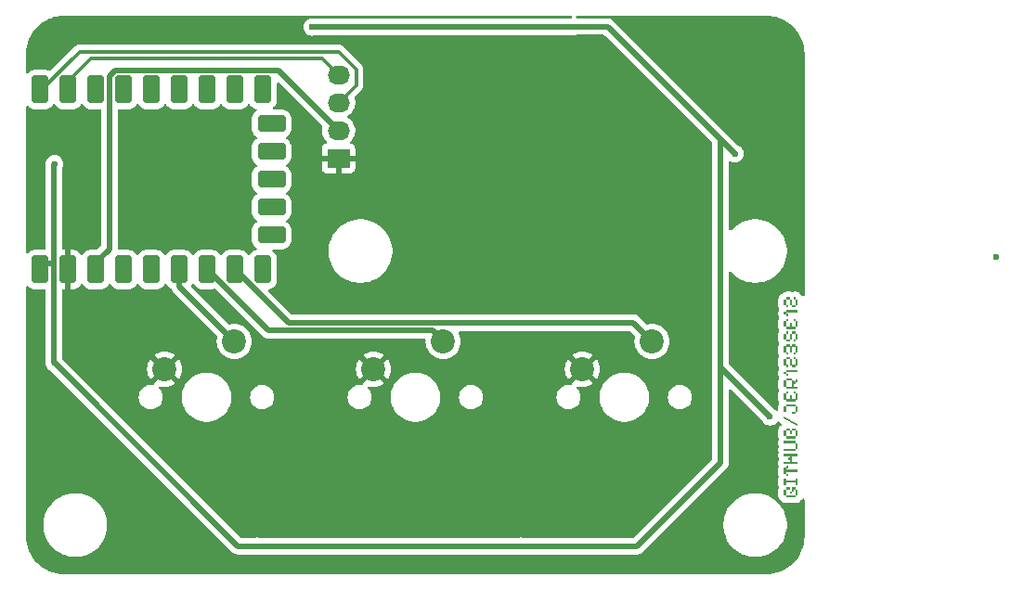
<source format=gtl>
G04 #@! TF.GenerationSoftware,KiCad,Pcbnew,8.0.8-8.0.8-0~ubuntu22.04.1*
G04 #@! TF.CreationDate,2025-02-27T16:32:05+08:00*
G04 #@! TF.ProjectId,macropad,6d616372-6f70-4616-942e-6b696361645f,rev?*
G04 #@! TF.SameCoordinates,Original*
G04 #@! TF.FileFunction,Copper,L1,Top*
G04 #@! TF.FilePolarity,Positive*
%FSLAX46Y46*%
G04 Gerber Fmt 4.6, Leading zero omitted, Abs format (unit mm)*
G04 Created by KiCad (PCBNEW 8.0.8-8.0.8-0~ubuntu22.04.1) date 2025-02-27 16:32:05*
%MOMM*%
%LPD*%
G01*
G04 APERTURE LIST*
G04 Aperture macros list*
%AMRoundRect*
0 Rectangle with rounded corners*
0 $1 Rounding radius*
0 $2 $3 $4 $5 $6 $7 $8 $9 X,Y pos of 4 corners*
0 Add a 4 corners polygon primitive as box body*
4,1,4,$2,$3,$4,$5,$6,$7,$8,$9,$2,$3,0*
0 Add four circle primitives for the rounded corners*
1,1,$1+$1,$2,$3*
1,1,$1+$1,$4,$5*
1,1,$1+$1,$6,$7*
1,1,$1+$1,$8,$9*
0 Add four rect primitives between the rounded corners*
20,1,$1+$1,$2,$3,$4,$5,0*
20,1,$1+$1,$4,$5,$6,$7,0*
20,1,$1+$1,$6,$7,$8,$9,0*
20,1,$1+$1,$8,$9,$2,$3,0*%
G04 Aperture macros list end*
G04 #@! TA.AperFunction,NonConductor*
%ADD10C,0.000000*%
G04 #@! TD*
G04 #@! TA.AperFunction,ComponentPad*
%ADD11RoundRect,0.400000X0.400000X-0.900000X0.400000X0.900000X-0.400000X0.900000X-0.400000X-0.900000X0*%
G04 #@! TD*
G04 #@! TA.AperFunction,ComponentPad*
%ADD12RoundRect,0.400050X0.400050X-0.899950X0.400050X0.899950X-0.400050X0.899950X-0.400050X-0.899950X0*%
G04 #@! TD*
G04 #@! TA.AperFunction,ComponentPad*
%ADD13RoundRect,0.400000X0.900000X-0.400000X0.900000X0.400000X-0.900000X0.400000X-0.900000X-0.400000X0*%
G04 #@! TD*
G04 #@! TA.AperFunction,ComponentPad*
%ADD14RoundRect,0.393700X0.906300X-0.393700X0.906300X0.393700X-0.906300X0.393700X-0.906300X-0.393700X0*%
G04 #@! TD*
G04 #@! TA.AperFunction,ComponentPad*
%ADD15R,2.030000X1.730000*%
G04 #@! TD*
G04 #@! TA.AperFunction,ComponentPad*
%ADD16O,2.030000X1.730000*%
G04 #@! TD*
G04 #@! TA.AperFunction,ComponentPad*
%ADD17C,2.200000*%
G04 #@! TD*
G04 #@! TA.AperFunction,ViaPad*
%ADD18C,0.600000*%
G04 #@! TD*
G04 #@! TA.AperFunction,Conductor*
%ADD19C,0.500000*%
G04 #@! TD*
G04 #@! TA.AperFunction,Conductor*
%ADD20C,0.300000*%
G04 #@! TD*
G04 APERTURE END LIST*
D10*
G04 #@! TA.AperFunction,NonConductor*
G36*
X240998438Y-106804505D02*
G01*
X240819844Y-106804505D01*
X240819844Y-106963255D01*
X241895375Y-106963255D01*
X241895375Y-107165661D01*
X240819844Y-107165661D01*
X240819844Y-107324411D01*
X240998438Y-107324411D01*
X240998438Y-107524833D01*
X240800000Y-107524833D01*
X240800000Y-107344255D01*
X240619422Y-107344255D01*
X240619422Y-106784661D01*
X240800000Y-106784661D01*
X240800000Y-106602098D01*
X240998438Y-106602098D01*
X240998438Y-106804505D01*
G37*
G04 #@! TD.AperFunction*
G04 #@! TA.AperFunction,NonConductor*
G36*
X241895375Y-92583218D02*
G01*
X240819844Y-92583218D01*
X240819844Y-92741967D01*
X240998438Y-92741967D01*
X240998438Y-92942389D01*
X240800000Y-92942389D01*
X240800000Y-92761811D01*
X240619422Y-92761811D01*
X240619422Y-92563373D01*
X240800000Y-92563373D01*
X240800000Y-92380813D01*
X241895375Y-92380813D01*
X241895375Y-92583218D01*
G37*
G04 #@! TD.AperFunction*
G04 #@! TA.AperFunction,NonConductor*
G36*
X241355625Y-98818097D02*
G01*
X241536203Y-98818097D01*
X241536203Y-98905409D01*
X241696938Y-98905409D01*
X241696938Y-98726815D01*
X241895375Y-98726815D01*
X241895375Y-98925253D01*
X241716782Y-98925253D01*
X241716782Y-99107816D01*
X241536203Y-99107816D01*
X241536203Y-99357847D01*
X241895375Y-99357847D01*
X241895375Y-99558269D01*
X241335781Y-99558269D01*
X240800000Y-99558269D01*
X240800000Y-99377690D01*
X240619422Y-99377690D01*
X240619422Y-99357847D01*
X240819844Y-99357847D01*
X241335781Y-99357847D01*
X241335781Y-98837941D01*
X240819844Y-98837941D01*
X240819844Y-99357847D01*
X240619422Y-99357847D01*
X240619422Y-98818097D01*
X240800000Y-98818097D01*
X240800000Y-98635535D01*
X241355625Y-98635535D01*
X241355625Y-98818097D01*
G37*
G04 #@! TD.AperFunction*
G04 #@! TA.AperFunction,NonConductor*
G36*
X241177031Y-108769499D02*
G01*
X240819844Y-108769499D01*
X240819844Y-109289405D01*
X241696938Y-109289405D01*
X241696938Y-108769499D01*
X241536203Y-108769499D01*
X241536203Y-108948093D01*
X241355625Y-108948093D01*
X241355625Y-109130655D01*
X241159172Y-109130655D01*
X241159172Y-108928249D01*
X241335781Y-108928249D01*
X241335781Y-108567093D01*
X241716782Y-108567093D01*
X241716782Y-108749655D01*
X241895375Y-108749655D01*
X241895375Y-109309249D01*
X241716782Y-109309249D01*
X241716782Y-109489827D01*
X240800000Y-109489827D01*
X240800000Y-109309249D01*
X240619422Y-109309249D01*
X240619422Y-108749655D01*
X240800000Y-108749655D01*
X240800000Y-108567093D01*
X241177031Y-108567093D01*
X241177031Y-108769499D01*
G37*
G04 #@! TD.AperFunction*
G04 #@! TA.AperFunction,NonConductor*
G36*
X241177031Y-103356574D02*
G01*
X241335781Y-103356574D01*
X241335781Y-103174011D01*
X241716782Y-103174011D01*
X241716782Y-103356574D01*
X241895375Y-103356574D01*
X241895375Y-103916168D01*
X241716782Y-103916168D01*
X241716782Y-104096746D01*
X241696938Y-104096746D01*
X240800000Y-104096746D01*
X240800000Y-103916168D01*
X240619422Y-103916168D01*
X240619422Y-103896324D01*
X240819844Y-103896324D01*
X241696938Y-103896324D01*
X241696938Y-103376418D01*
X241355625Y-103376418D01*
X241355625Y-103737574D01*
X241159172Y-103737574D01*
X241159172Y-103376418D01*
X240819844Y-103376418D01*
X240819844Y-103896324D01*
X240619422Y-103896324D01*
X240619422Y-103356574D01*
X240800000Y-103356574D01*
X240800000Y-103174011D01*
X241177031Y-103174011D01*
X241177031Y-103356574D01*
G37*
G04 #@! TD.AperFunction*
G04 #@! TA.AperFunction,NonConductor*
G36*
X241177031Y-96853089D02*
G01*
X241355625Y-96853089D01*
X241355625Y-97392840D01*
X241696938Y-97392840D01*
X241696938Y-96872933D01*
X241516360Y-96872933D01*
X241516360Y-96670526D01*
X241716782Y-96670526D01*
X241716782Y-96853089D01*
X241895375Y-96853089D01*
X241895375Y-97412682D01*
X241716782Y-97412682D01*
X241716782Y-97593262D01*
X241335781Y-97593262D01*
X241335781Y-97412682D01*
X241159172Y-97412682D01*
X241159172Y-96872933D01*
X240819844Y-96872933D01*
X240819844Y-97392840D01*
X240998438Y-97392840D01*
X240998438Y-97593262D01*
X240800000Y-97593262D01*
X240800000Y-97412682D01*
X240619422Y-97412682D01*
X240619422Y-96853089D01*
X240800000Y-96853089D01*
X240800000Y-96670526D01*
X241177031Y-96670526D01*
X241177031Y-96853089D01*
G37*
G04 #@! TD.AperFunction*
G04 #@! TA.AperFunction,NonConductor*
G36*
X241716782Y-101143533D02*
G01*
X241895375Y-101143533D01*
X241895375Y-101703126D01*
X241716782Y-101703126D01*
X241716782Y-101883705D01*
X241335781Y-101883705D01*
X241335781Y-101683283D01*
X241696938Y-101683283D01*
X241696938Y-101163377D01*
X240819844Y-101163377D01*
X240819844Y-101703126D01*
X240619422Y-101703126D01*
X240619422Y-101143533D01*
X240800000Y-101143533D01*
X240800000Y-100960970D01*
X241716782Y-100960970D01*
X241716782Y-101143533D01*
G37*
G04 #@! TD.AperFunction*
G04 #@! TA.AperFunction,NonConductor*
G36*
X241895375Y-105701854D02*
G01*
X241355625Y-105701854D01*
X241355625Y-106221760D01*
X241895375Y-106221760D01*
X241895375Y-106422182D01*
X240619422Y-106422182D01*
X240619422Y-106221760D01*
X241159172Y-106221760D01*
X241159172Y-106063010D01*
X240978594Y-106063010D01*
X240978594Y-105860604D01*
X241159172Y-105860604D01*
X241159172Y-105701854D01*
X240619422Y-105701854D01*
X240619422Y-105499448D01*
X241895375Y-105499448D01*
X241895375Y-105701854D01*
G37*
G04 #@! TD.AperFunction*
G04 #@! TA.AperFunction,NonConductor*
G36*
X241895375Y-102757412D02*
G01*
X241895375Y-102934021D01*
X240619422Y-102302990D01*
X240619422Y-102126381D01*
X241895375Y-102757412D01*
G37*
G04 #@! TD.AperFunction*
G04 #@! TA.AperFunction,NonConductor*
G36*
X240998438Y-94547484D02*
G01*
X240819844Y-94547484D01*
X240819844Y-95067390D01*
X241159172Y-95067390D01*
X241159172Y-94527640D01*
X241335781Y-94527640D01*
X241335781Y-94345078D01*
X241716782Y-94345078D01*
X241716782Y-94527640D01*
X241895375Y-94527640D01*
X241895375Y-95087234D01*
X241716782Y-95087234D01*
X241716782Y-95267813D01*
X241516360Y-95267813D01*
X241516360Y-95067390D01*
X241696938Y-95067390D01*
X241696938Y-94547484D01*
X241355625Y-94547484D01*
X241355625Y-95087234D01*
X241177031Y-95087234D01*
X241177031Y-95267813D01*
X240800000Y-95267813D01*
X240800000Y-95087234D01*
X240619422Y-95087234D01*
X240619422Y-94527640D01*
X240800000Y-94527640D01*
X240800000Y-94345078D01*
X240998438Y-94345078D01*
X240998438Y-94547484D01*
G37*
G04 #@! TD.AperFunction*
G04 #@! TA.AperFunction,NonConductor*
G36*
X241177031Y-91400000D02*
G01*
X241355625Y-91400000D01*
X241355625Y-91939752D01*
X241696938Y-91939752D01*
X241696938Y-91419845D01*
X241516360Y-91419845D01*
X241516360Y-91217439D01*
X241716782Y-91217439D01*
X241716782Y-91400000D01*
X241895375Y-91400000D01*
X241895375Y-91959594D01*
X241716782Y-91959594D01*
X241716782Y-92140174D01*
X241335781Y-92140174D01*
X241335781Y-91959594D01*
X241159172Y-91959594D01*
X241159172Y-91419845D01*
X240819844Y-91419845D01*
X240819844Y-91939752D01*
X240998438Y-91939752D01*
X240998438Y-92140174D01*
X240800000Y-92140174D01*
X240800000Y-91959594D01*
X240619422Y-91959594D01*
X240619422Y-91400000D01*
X240800000Y-91400000D01*
X240800000Y-91217439D01*
X241177031Y-91217439D01*
X241177031Y-91400000D01*
G37*
G04 #@! TD.AperFunction*
G04 #@! TA.AperFunction,NonConductor*
G36*
X240819844Y-107948087D02*
G01*
X241696938Y-107948087D01*
X241696938Y-107765524D01*
X241895375Y-107765524D01*
X241895375Y-108327108D01*
X241696938Y-108327108D01*
X241696938Y-108146524D01*
X240819844Y-108146524D01*
X240819844Y-108327108D01*
X240619422Y-108327108D01*
X240619422Y-107765524D01*
X240819844Y-107765524D01*
X240819844Y-107948087D01*
G37*
G04 #@! TD.AperFunction*
G04 #@! TA.AperFunction,NonConductor*
G36*
X240998438Y-100000651D02*
G01*
X240819844Y-100000651D01*
X240819844Y-100520558D01*
X241159172Y-100520558D01*
X241159172Y-100159402D01*
X241355625Y-100159402D01*
X241355625Y-100520558D01*
X241696938Y-100520558D01*
X241696938Y-100000651D01*
X241516360Y-100000651D01*
X241516360Y-99798245D01*
X241716782Y-99798245D01*
X241716782Y-99980808D01*
X241895375Y-99980808D01*
X241895375Y-100540401D01*
X241716782Y-100540401D01*
X241716782Y-100720981D01*
X240800000Y-100720981D01*
X240800000Y-100540401D01*
X240619422Y-100540401D01*
X240619422Y-99980808D01*
X240800000Y-99980808D01*
X240800000Y-99798245D01*
X240998438Y-99798245D01*
X240998438Y-100000651D01*
G37*
G04 #@! TD.AperFunction*
G04 #@! TA.AperFunction,NonConductor*
G36*
X241177031Y-95690352D02*
G01*
X241335781Y-95690352D01*
X241335781Y-95507789D01*
X241716782Y-95507789D01*
X241716782Y-95690352D01*
X241895375Y-95690352D01*
X241895375Y-96249945D01*
X241716782Y-96249945D01*
X241716782Y-96430550D01*
X241516360Y-96430550D01*
X241516360Y-96230102D01*
X241696938Y-96230102D01*
X241696938Y-95710195D01*
X241355625Y-95710195D01*
X241355625Y-96249945D01*
X241159172Y-96249945D01*
X241159172Y-95710195D01*
X240819844Y-95710195D01*
X240819844Y-96230102D01*
X240998438Y-96230102D01*
X240998438Y-96430550D01*
X240800000Y-96430550D01*
X240800000Y-96249945D01*
X240619422Y-96249945D01*
X240619422Y-95690352D01*
X240800000Y-95690352D01*
X240800000Y-95507789D01*
X241177031Y-95507789D01*
X241177031Y-95690352D01*
G37*
G04 #@! TD.AperFunction*
G04 #@! TA.AperFunction,NonConductor*
G36*
X240998438Y-93384772D02*
G01*
X240819844Y-93384772D01*
X240819844Y-93904679D01*
X241159172Y-93904679D01*
X241159172Y-93543523D01*
X241355625Y-93543523D01*
X241355625Y-93904679D01*
X241696938Y-93904679D01*
X241696938Y-93384772D01*
X241516360Y-93384772D01*
X241516360Y-93182366D01*
X241716782Y-93182366D01*
X241716782Y-93364928D01*
X241895375Y-93364928D01*
X241895375Y-93924523D01*
X241716782Y-93924523D01*
X241716782Y-94105101D01*
X240800000Y-94105101D01*
X240800000Y-93924523D01*
X240619422Y-93924523D01*
X240619422Y-93364928D01*
X240800000Y-93364928D01*
X240800000Y-93182366D01*
X240998438Y-93182366D01*
X240998438Y-93384772D01*
G37*
G04 #@! TD.AperFunction*
G04 #@! TA.AperFunction,NonConductor*
G36*
X241716782Y-104519298D02*
G01*
X241895375Y-104519298D01*
X241895375Y-105078892D01*
X241716782Y-105078892D01*
X241716782Y-105259471D01*
X240619422Y-105259471D01*
X240619422Y-105059049D01*
X241696938Y-105059049D01*
X241696938Y-104539143D01*
X240619422Y-104539143D01*
X240619422Y-104336736D01*
X241716782Y-104336736D01*
X241716782Y-104519298D01*
G37*
G04 #@! TD.AperFunction*
G04 #@! TA.AperFunction,NonConductor*
G36*
X241895375Y-98036372D02*
G01*
X240819844Y-98036372D01*
X240819844Y-98195123D01*
X240998438Y-98195123D01*
X240998438Y-98395544D01*
X240800000Y-98395544D01*
X240800000Y-98214967D01*
X240619422Y-98214967D01*
X240619422Y-98016529D01*
X240800000Y-98016529D01*
X240800000Y-97833966D01*
X241895375Y-97833966D01*
X241895375Y-98036372D01*
G37*
G04 #@! TD.AperFunction*
D11*
X172765000Y-72240000D03*
X175305000Y-72240000D03*
X177845000Y-72240000D03*
X180385000Y-72240000D03*
X182925000Y-72240000D03*
D12*
X185465000Y-72240000D03*
X188005000Y-72240000D03*
X190545000Y-72240000D03*
X193085000Y-72240000D03*
D13*
X193895000Y-75380000D03*
D14*
X193895000Y-77920000D03*
X193895000Y-80460000D03*
X193895000Y-83000000D03*
X193895000Y-85540000D03*
D12*
X193085000Y-88680000D03*
X190545000Y-88680000D03*
X188005000Y-88680000D03*
X185465000Y-88680000D03*
X172765000Y-88680000D03*
X175305000Y-88680000D03*
X177845000Y-88680000D03*
X182925000Y-88680000D03*
X180385000Y-88680000D03*
D15*
X200000000Y-78540000D03*
D16*
X200000000Y-76000000D03*
X200000000Y-73460000D03*
X200000000Y-70920000D03*
D17*
X209550000Y-95250000D03*
X203200000Y-97790000D03*
X190500000Y-95250000D03*
X184150000Y-97790000D03*
X228600000Y-95250000D03*
X222250000Y-97790000D03*
D18*
X190000000Y-82500000D03*
X187500000Y-82500000D03*
X185000000Y-82500000D03*
X182500000Y-82500000D03*
X182500000Y-80000000D03*
X185000000Y-80000000D03*
X187500000Y-80000000D03*
X190000000Y-80000000D03*
X190000000Y-77500000D03*
X187500000Y-77500000D03*
X185000000Y-77500000D03*
X182500000Y-77500000D03*
X260000000Y-87500000D03*
X175000000Y-67500000D03*
X240000000Y-70000000D03*
X185000000Y-115000000D03*
X182500000Y-115000000D03*
X177500000Y-67500000D03*
X185000000Y-112500000D03*
X240000000Y-67500000D03*
X182500000Y-112500000D03*
X237500000Y-70000000D03*
X175000000Y-75000000D03*
X237500000Y-67500000D03*
X177500000Y-75000000D03*
X192566666Y-113950000D03*
X236150000Y-78100000D03*
X221483332Y-66500000D03*
X239350000Y-102116666D03*
X216583332Y-113950000D03*
X174100000Y-97216666D03*
X174100000Y-79050000D03*
X197600000Y-66550000D03*
D19*
X188005000Y-88080000D02*
X188005000Y-88642154D01*
X188005000Y-88642154D02*
X193612846Y-94250000D01*
X193612846Y-94250000D02*
X208550000Y-94250000D01*
X208550000Y-94250000D02*
X209550000Y-95250000D01*
X177845000Y-88080000D02*
X179095000Y-86830000D01*
X179095000Y-86830000D02*
X179095000Y-71027918D01*
X174054900Y-97171566D02*
X174054900Y-88100000D01*
X174054900Y-88100000D02*
X174054900Y-79095100D01*
X172765000Y-88080000D02*
X172785000Y-88100000D01*
X172785000Y-88100000D02*
X174054900Y-88100000D01*
X200000000Y-76000000D02*
X194490000Y-70490000D01*
X179632918Y-70490000D02*
X179095000Y-71027918D01*
X194490000Y-70490000D02*
X179632918Y-70490000D01*
D20*
X177400000Y-69400000D02*
X175305000Y-71495000D01*
X198480000Y-69400000D02*
X177400000Y-69400000D01*
X175305000Y-71495000D02*
X175305000Y-72840000D01*
X200000000Y-70920000D02*
X198480000Y-69400000D01*
X176384338Y-68800000D02*
X172765000Y-72419338D01*
X201600000Y-71860000D02*
X201600000Y-70400000D01*
X172765000Y-72419338D02*
X172765000Y-72840000D01*
X200000000Y-68800000D02*
X176384338Y-68800000D01*
X200000000Y-73460000D02*
X201600000Y-71860000D01*
X201600000Y-70400000D02*
X200000000Y-68800000D01*
D19*
X195452846Y-93550000D02*
X226900000Y-93550000D01*
X226900000Y-93550000D02*
X228600000Y-95250000D01*
X190545000Y-88080000D02*
X190545000Y-88642154D01*
X190545000Y-88642154D02*
X195452846Y-93550000D01*
D20*
X190500000Y-95250000D02*
X190500000Y-95200000D01*
D19*
X185465000Y-90215000D02*
X190500000Y-95250000D01*
X185465000Y-88080000D02*
X185465000Y-90215000D01*
X234850000Y-97616666D02*
X234850000Y-106300000D01*
X234850000Y-97616666D02*
X234850000Y-76800000D01*
X234475000Y-76425000D02*
X236150000Y-78100000D01*
X234850000Y-76800000D02*
X234475000Y-76425000D01*
X234850000Y-106300000D02*
X227200000Y-113950000D01*
X192566666Y-113950000D02*
X190833334Y-113950000D01*
X221433332Y-66550000D02*
X221483332Y-66500000D01*
X190833334Y-113950000D02*
X174100000Y-97216666D01*
X216583332Y-113950000D02*
X192566666Y-113950000D01*
X224550000Y-66500000D02*
X234475000Y-76425000D01*
X174100000Y-97216666D02*
X174054900Y-97171566D01*
X197600000Y-66550000D02*
X221433332Y-66550000D01*
X221483332Y-66500000D02*
X224550000Y-66500000D01*
X174054900Y-79095100D02*
X174100000Y-79050000D01*
X234850000Y-97616666D02*
X239350000Y-102116666D01*
X227200000Y-113950000D02*
X216583332Y-113950000D01*
D20*
X188122500Y-72840000D02*
X188005000Y-72840000D01*
G04 #@! TA.AperFunction,Conductor*
G36*
X171705703Y-90199881D02*
G01*
X171720864Y-90215557D01*
X171723772Y-90219148D01*
X171724657Y-90220241D01*
X171871773Y-90339375D01*
X171871775Y-90339376D01*
X171927279Y-90367656D01*
X172040444Y-90425316D01*
X172223297Y-90474312D01*
X172301925Y-90480500D01*
X173180400Y-90480499D01*
X173247439Y-90500183D01*
X173293194Y-90552987D01*
X173304400Y-90604499D01*
X173304400Y-97121262D01*
X173303620Y-97135146D01*
X173294435Y-97216663D01*
X173294435Y-97216669D01*
X173314630Y-97395915D01*
X173314631Y-97395920D01*
X173374211Y-97566189D01*
X173467263Y-97714279D01*
X173470184Y-97718928D01*
X173597738Y-97846482D01*
X173750478Y-97942455D01*
X173750480Y-97942455D01*
X173750484Y-97942458D01*
X173756756Y-97945479D01*
X173755869Y-97947319D01*
X173791939Y-97969973D01*
X190354920Y-114532954D01*
X190382973Y-114551697D01*
X190425057Y-114579816D01*
X190477839Y-114615084D01*
X190477841Y-114615085D01*
X190477845Y-114615087D01*
X190561296Y-114649653D01*
X190614421Y-114671658D01*
X190614425Y-114671658D01*
X190614426Y-114671659D01*
X190759413Y-114700500D01*
X190759416Y-114700500D01*
X190759417Y-114700500D01*
X190907251Y-114700500D01*
X192266694Y-114700500D01*
X192307649Y-114707458D01*
X192387411Y-114735368D01*
X192387416Y-114735369D01*
X192566662Y-114755565D01*
X192566666Y-114755565D01*
X192566670Y-114755565D01*
X192745915Y-114735369D01*
X192745918Y-114735368D01*
X192745921Y-114735368D01*
X192825683Y-114707457D01*
X192866638Y-114700500D01*
X216283360Y-114700500D01*
X216324315Y-114707458D01*
X216404077Y-114735368D01*
X216404082Y-114735369D01*
X216583328Y-114755565D01*
X216583332Y-114755565D01*
X216583336Y-114755565D01*
X216762581Y-114735369D01*
X216762584Y-114735368D01*
X216762587Y-114735368D01*
X216842349Y-114707457D01*
X216883304Y-114700500D01*
X227273920Y-114700500D01*
X227371462Y-114681096D01*
X227418913Y-114671658D01*
X227555495Y-114615084D01*
X227608277Y-114579816D01*
X227678416Y-114532952D01*
X230374262Y-111837106D01*
X235099500Y-111837106D01*
X235099500Y-112162893D01*
X235135974Y-112486604D01*
X235135976Y-112486620D01*
X235208467Y-112804226D01*
X235208471Y-112804238D01*
X235316066Y-113111725D01*
X235457413Y-113405234D01*
X235457415Y-113405237D01*
X235630739Y-113681081D01*
X235833857Y-113935783D01*
X236064217Y-114166143D01*
X236318919Y-114369261D01*
X236594763Y-114542585D01*
X236888278Y-114683935D01*
X237092985Y-114755565D01*
X237195761Y-114791528D01*
X237195773Y-114791532D01*
X237513383Y-114864024D01*
X237837106Y-114900499D01*
X237837107Y-114900500D01*
X237837111Y-114900500D01*
X238162893Y-114900500D01*
X238162893Y-114900499D01*
X238486617Y-114864024D01*
X238804227Y-114791532D01*
X239111722Y-114683935D01*
X239405237Y-114542585D01*
X239681081Y-114369261D01*
X239935783Y-114166143D01*
X240166143Y-113935783D01*
X240369261Y-113681081D01*
X240542585Y-113405237D01*
X240683935Y-113111722D01*
X240791532Y-112804227D01*
X240864024Y-112486617D01*
X240900500Y-112162889D01*
X240900500Y-111837111D01*
X240864024Y-111513383D01*
X240791532Y-111195773D01*
X240683935Y-110888278D01*
X240542585Y-110594763D01*
X240369261Y-110318919D01*
X240166143Y-110064217D01*
X239935783Y-109833857D01*
X239681081Y-109630739D01*
X239405237Y-109457415D01*
X239405234Y-109457413D01*
X239111725Y-109316066D01*
X238804238Y-109208471D01*
X238804226Y-109208467D01*
X238486620Y-109135976D01*
X238486604Y-109135974D01*
X238162893Y-109099500D01*
X238162889Y-109099500D01*
X237837111Y-109099500D01*
X237837107Y-109099500D01*
X237513395Y-109135974D01*
X237513379Y-109135976D01*
X237195773Y-109208467D01*
X237195761Y-109208471D01*
X236888274Y-109316066D01*
X236594765Y-109457413D01*
X236318920Y-109630738D01*
X236064217Y-109833856D01*
X235833856Y-110064217D01*
X235630738Y-110318920D01*
X235457413Y-110594765D01*
X235316066Y-110888274D01*
X235208471Y-111195761D01*
X235208467Y-111195773D01*
X235135976Y-111513379D01*
X235135974Y-111513395D01*
X235099500Y-111837106D01*
X230374262Y-111837106D01*
X235432952Y-106778416D01*
X235482186Y-106704729D01*
X235515084Y-106655495D01*
X235563752Y-106538001D01*
X235571659Y-106518912D01*
X235600500Y-106373917D01*
X235600500Y-106226082D01*
X235600500Y-99727896D01*
X235620185Y-99660857D01*
X235672989Y-99615102D01*
X235742147Y-99605158D01*
X235805703Y-99634183D01*
X235812181Y-99640215D01*
X238596692Y-102424726D01*
X238619356Y-102460795D01*
X238621188Y-102459913D01*
X238624207Y-102466182D01*
X238720184Y-102618928D01*
X238847738Y-102746482D01*
X239000478Y-102842455D01*
X239140998Y-102891625D01*
X239170745Y-102902034D01*
X239170750Y-102902035D01*
X239349996Y-102922231D01*
X239350000Y-102922231D01*
X239350004Y-102922231D01*
X239529249Y-102902035D01*
X239529252Y-102902034D01*
X239529255Y-102902034D01*
X239699522Y-102842455D01*
X239852262Y-102746482D01*
X239979816Y-102618928D01*
X239997434Y-102590889D01*
X240049767Y-102544599D01*
X240118821Y-102533950D01*
X240182669Y-102562325D01*
X240198603Y-102578592D01*
X240231429Y-102618928D01*
X240276751Y-102674617D01*
X240346644Y-102722647D01*
X240390746Y-102776839D01*
X240398549Y-102846272D01*
X240376992Y-102891625D01*
X240379538Y-102893261D01*
X240369949Y-102908180D01*
X240366999Y-102906284D01*
X240332271Y-102946341D01*
X240288391Y-102974542D01*
X240288387Y-102974545D01*
X240194172Y-103083274D01*
X240194166Y-103083283D01*
X240134398Y-103214154D01*
X240134397Y-103214159D01*
X240113922Y-103356573D01*
X240113922Y-103916170D01*
X240119067Y-103988109D01*
X240148890Y-104089676D01*
X240148890Y-104159545D01*
X240142709Y-104176120D01*
X240134398Y-104194319D01*
X240134397Y-104194321D01*
X240113922Y-104336735D01*
X240113922Y-104539145D01*
X240119066Y-104611083D01*
X240145529Y-104701206D01*
X240159603Y-104749135D01*
X240159603Y-104749136D01*
X240159605Y-104749140D01*
X240161724Y-104753780D01*
X240171665Y-104822938D01*
X240161723Y-104856797D01*
X240134399Y-104916629D01*
X240134397Y-104916634D01*
X240113922Y-105059048D01*
X240113922Y-105259473D01*
X240119066Y-105331411D01*
X240124231Y-105348999D01*
X240127992Y-105401579D01*
X240113922Y-105499445D01*
X240113922Y-105701856D01*
X240119066Y-105773794D01*
X240139761Y-105844270D01*
X240159603Y-105911846D01*
X240159603Y-105911847D01*
X240159605Y-105911851D01*
X240161724Y-105916491D01*
X240171665Y-105985649D01*
X240161723Y-106019508D01*
X240134399Y-106079340D01*
X240134397Y-106079345D01*
X240113922Y-106221759D01*
X240113922Y-106422184D01*
X240119067Y-106494124D01*
X240138508Y-106560334D01*
X240138508Y-106630204D01*
X240135803Y-106637458D01*
X240134397Y-106642246D01*
X240113922Y-106784660D01*
X240113922Y-107344257D01*
X240119067Y-107416197D01*
X240149015Y-107518191D01*
X240149015Y-107588061D01*
X240142834Y-107604634D01*
X240134397Y-107623108D01*
X240113922Y-107765523D01*
X240113922Y-108327110D01*
X240119066Y-108399048D01*
X240149244Y-108501820D01*
X240149244Y-108571690D01*
X240143063Y-108588265D01*
X240134397Y-108607240D01*
X240113922Y-108749654D01*
X240113922Y-109309251D01*
X240119066Y-109381189D01*
X240159604Y-109519243D01*
X240237389Y-109640279D01*
X240237393Y-109640283D01*
X240346124Y-109734500D01*
X240346126Y-109734501D01*
X240346128Y-109734503D01*
X240346130Y-109734504D01*
X240351280Y-109737814D01*
X240388553Y-109775088D01*
X240417967Y-109820856D01*
X240417971Y-109820861D01*
X240526700Y-109915076D01*
X240526706Y-109915081D01*
X240567174Y-109933562D01*
X240657580Y-109974850D01*
X240657583Y-109974850D01*
X240657584Y-109974851D01*
X240800000Y-109995327D01*
X240800003Y-109995327D01*
X241716782Y-109995327D01*
X241788722Y-109990182D01*
X241926774Y-109949646D01*
X242047814Y-109871858D01*
X242142036Y-109763121D01*
X242142039Y-109763112D01*
X242146738Y-109755802D01*
X242184018Y-109718520D01*
X242226407Y-109691280D01*
X242281788Y-109627367D01*
X242340565Y-109589594D01*
X242410435Y-109589594D01*
X242469213Y-109627368D01*
X242498238Y-109690924D01*
X242499500Y-109708571D01*
X242499500Y-112996948D01*
X242499351Y-113003033D01*
X242482947Y-113336928D01*
X242481754Y-113349037D01*
X242433151Y-113676694D01*
X242430777Y-113688630D01*
X242350292Y-114009944D01*
X242346759Y-114021588D01*
X242235170Y-114333459D01*
X242230514Y-114344702D01*
X242088885Y-114644151D01*
X242083148Y-114654883D01*
X241912862Y-114938988D01*
X241906102Y-114949106D01*
X241708775Y-115215170D01*
X241701055Y-115224576D01*
X241478611Y-115470006D01*
X241470006Y-115478611D01*
X241224576Y-115701055D01*
X241215170Y-115708775D01*
X240949106Y-115906102D01*
X240938988Y-115912862D01*
X240654883Y-116083148D01*
X240644151Y-116088885D01*
X240344702Y-116230514D01*
X240333459Y-116235170D01*
X240021588Y-116346759D01*
X240009944Y-116350292D01*
X239688630Y-116430777D01*
X239676694Y-116433151D01*
X239349037Y-116481754D01*
X239336928Y-116482947D01*
X239021989Y-116498419D01*
X239003031Y-116499351D01*
X238996949Y-116499500D01*
X175003051Y-116499500D01*
X174996968Y-116499351D01*
X174976900Y-116498365D01*
X174663071Y-116482947D01*
X174650962Y-116481754D01*
X174323305Y-116433151D01*
X174311369Y-116430777D01*
X173990055Y-116350292D01*
X173978411Y-116346759D01*
X173666540Y-116235170D01*
X173655301Y-116230515D01*
X173355844Y-116088883D01*
X173345121Y-116083150D01*
X173061011Y-115912862D01*
X173050893Y-115906102D01*
X172784829Y-115708775D01*
X172775423Y-115701055D01*
X172736475Y-115665755D01*
X172529986Y-115478604D01*
X172521395Y-115470013D01*
X172298944Y-115224576D01*
X172291224Y-115215170D01*
X172093897Y-114949106D01*
X172087137Y-114938988D01*
X171916844Y-114654871D01*
X171911120Y-114644163D01*
X171769479Y-114344688D01*
X171764829Y-114333459D01*
X171653240Y-114021588D01*
X171649707Y-114009944D01*
X171631131Y-113935783D01*
X171569219Y-113688617D01*
X171566848Y-113676694D01*
X171518245Y-113349037D01*
X171517052Y-113336927D01*
X171500649Y-113003032D01*
X171500500Y-112996948D01*
X171500500Y-111837106D01*
X173099500Y-111837106D01*
X173099500Y-112162893D01*
X173135974Y-112486604D01*
X173135976Y-112486620D01*
X173208467Y-112804226D01*
X173208471Y-112804238D01*
X173316066Y-113111725D01*
X173457413Y-113405234D01*
X173457415Y-113405237D01*
X173630739Y-113681081D01*
X173833857Y-113935783D01*
X174064217Y-114166143D01*
X174318919Y-114369261D01*
X174594763Y-114542585D01*
X174888278Y-114683935D01*
X175092985Y-114755565D01*
X175195761Y-114791528D01*
X175195773Y-114791532D01*
X175513383Y-114864024D01*
X175837106Y-114900499D01*
X175837107Y-114900500D01*
X175837111Y-114900500D01*
X176162893Y-114900500D01*
X176162893Y-114900499D01*
X176486617Y-114864024D01*
X176804227Y-114791532D01*
X177111722Y-114683935D01*
X177405237Y-114542585D01*
X177681081Y-114369261D01*
X177935783Y-114166143D01*
X178166143Y-113935783D01*
X178369261Y-113681081D01*
X178542585Y-113405237D01*
X178683935Y-113111722D01*
X178791532Y-112804227D01*
X178864024Y-112486617D01*
X178900500Y-112162889D01*
X178900500Y-111837111D01*
X178864024Y-111513383D01*
X178791532Y-111195773D01*
X178683935Y-110888278D01*
X178542585Y-110594763D01*
X178369261Y-110318919D01*
X178166143Y-110064217D01*
X177935783Y-109833857D01*
X177681081Y-109630739D01*
X177405237Y-109457415D01*
X177405234Y-109457413D01*
X177111725Y-109316066D01*
X176804238Y-109208471D01*
X176804226Y-109208467D01*
X176486620Y-109135976D01*
X176486604Y-109135974D01*
X176162893Y-109099500D01*
X176162889Y-109099500D01*
X175837111Y-109099500D01*
X175837107Y-109099500D01*
X175513395Y-109135974D01*
X175513379Y-109135976D01*
X175195773Y-109208467D01*
X175195761Y-109208471D01*
X174888274Y-109316066D01*
X174594765Y-109457413D01*
X174318920Y-109630738D01*
X174064217Y-109833856D01*
X173833856Y-110064217D01*
X173630738Y-110318920D01*
X173457413Y-110594765D01*
X173316066Y-110888274D01*
X173208471Y-111195761D01*
X173208467Y-111195773D01*
X173135976Y-111513379D01*
X173135974Y-111513395D01*
X173099500Y-111837106D01*
X171500500Y-111837106D01*
X171500500Y-90293594D01*
X171520185Y-90226555D01*
X171572989Y-90180800D01*
X171642147Y-90170856D01*
X171705703Y-90199881D01*
G37*
G04 #@! TD.AperFunction*
G04 #@! TA.AperFunction,Conductor*
G36*
X197599898Y-65513109D02*
G01*
X197621649Y-65502360D01*
X197643043Y-65500500D01*
X221186218Y-65500500D01*
X221253257Y-65520185D01*
X221299012Y-65572989D01*
X221308956Y-65642147D01*
X221279931Y-65705703D01*
X221227172Y-65741542D01*
X221133807Y-65774211D01*
X221123809Y-65780494D01*
X221057838Y-65799500D01*
X197899972Y-65799500D01*
X197859017Y-65792542D01*
X197779254Y-65764631D01*
X197779249Y-65764630D01*
X197629160Y-65747720D01*
X197602633Y-65736573D01*
X197591892Y-65743477D01*
X197570840Y-65747720D01*
X197420750Y-65764630D01*
X197420745Y-65764631D01*
X197250476Y-65824211D01*
X197097737Y-65920184D01*
X196970184Y-66047737D01*
X196874211Y-66200476D01*
X196814631Y-66370745D01*
X196814630Y-66370750D01*
X196794435Y-66549996D01*
X196794435Y-66550003D01*
X196814630Y-66729249D01*
X196814631Y-66729254D01*
X196874211Y-66899523D01*
X196969324Y-67050893D01*
X196970184Y-67052262D01*
X197097738Y-67179816D01*
X197250478Y-67275789D01*
X197335573Y-67305565D01*
X197420745Y-67335368D01*
X197420750Y-67335369D01*
X197599996Y-67355565D01*
X197600000Y-67355565D01*
X197600004Y-67355565D01*
X197779249Y-67335369D01*
X197779252Y-67335368D01*
X197779255Y-67335368D01*
X197859017Y-67307457D01*
X197899972Y-67300500D01*
X221359415Y-67300500D01*
X221431417Y-67300500D01*
X221445301Y-67301280D01*
X221483330Y-67305565D01*
X221483332Y-67305565D01*
X221483336Y-67305565D01*
X221662581Y-67285369D01*
X221662584Y-67285368D01*
X221662587Y-67285368D01*
X221742349Y-67257457D01*
X221783304Y-67250500D01*
X224187770Y-67250500D01*
X224254809Y-67270185D01*
X224275451Y-67286819D01*
X233887707Y-76899074D01*
X233887728Y-76899097D01*
X234063181Y-77074549D01*
X234096666Y-77135872D01*
X234099500Y-77162230D01*
X234099500Y-105937770D01*
X234079815Y-106004809D01*
X234063181Y-106025451D01*
X226925451Y-113163181D01*
X226864128Y-113196666D01*
X226837770Y-113199500D01*
X216883304Y-113199500D01*
X216842349Y-113192542D01*
X216762586Y-113164631D01*
X216762581Y-113164630D01*
X216583336Y-113144435D01*
X216583328Y-113144435D01*
X216404082Y-113164630D01*
X216404077Y-113164631D01*
X216324315Y-113192542D01*
X216283360Y-113199500D01*
X192866638Y-113199500D01*
X192825683Y-113192542D01*
X192745920Y-113164631D01*
X192745915Y-113164630D01*
X192566670Y-113144435D01*
X192566662Y-113144435D01*
X192387416Y-113164630D01*
X192387411Y-113164631D01*
X192307649Y-113192542D01*
X192266694Y-113199500D01*
X191195564Y-113199500D01*
X191128525Y-113179815D01*
X191107883Y-113163181D01*
X178188091Y-100243389D01*
X181779500Y-100243389D01*
X181779500Y-100416611D01*
X181806598Y-100587701D01*
X181860127Y-100752445D01*
X181938768Y-100906788D01*
X182040586Y-101046928D01*
X182163072Y-101169414D01*
X182303212Y-101271232D01*
X182457555Y-101349873D01*
X182622299Y-101403402D01*
X182793389Y-101430500D01*
X182793390Y-101430500D01*
X182966610Y-101430500D01*
X182966611Y-101430500D01*
X183137701Y-101403402D01*
X183302445Y-101349873D01*
X183456788Y-101271232D01*
X183596928Y-101169414D01*
X183719414Y-101046928D01*
X183821232Y-100906788D01*
X183899873Y-100752445D01*
X183953402Y-100587701D01*
X183980500Y-100416611D01*
X183980500Y-100243389D01*
X183970854Y-100182486D01*
X185709500Y-100182486D01*
X185709500Y-100477513D01*
X185736530Y-100682817D01*
X185748007Y-100769993D01*
X185822212Y-101046930D01*
X185824361Y-101054951D01*
X185824364Y-101054961D01*
X185937254Y-101327500D01*
X185937258Y-101327510D01*
X186084761Y-101582993D01*
X186264352Y-101817040D01*
X186264358Y-101817047D01*
X186472952Y-102025641D01*
X186472959Y-102025647D01*
X186707006Y-102205238D01*
X186962489Y-102352741D01*
X186962490Y-102352741D01*
X186962493Y-102352743D01*
X187164715Y-102436506D01*
X187223353Y-102460795D01*
X187235048Y-102465639D01*
X187520007Y-102541993D01*
X187812494Y-102580500D01*
X187812501Y-102580500D01*
X188107499Y-102580500D01*
X188107506Y-102580500D01*
X188399993Y-102541993D01*
X188684952Y-102465639D01*
X188957507Y-102352743D01*
X189212994Y-102205238D01*
X189447042Y-102025646D01*
X189655646Y-101817042D01*
X189835238Y-101582994D01*
X189982743Y-101327507D01*
X190095639Y-101054952D01*
X190171993Y-100769993D01*
X190210500Y-100477506D01*
X190210500Y-100243389D01*
X191939500Y-100243389D01*
X191939500Y-100416611D01*
X191966598Y-100587701D01*
X192020127Y-100752445D01*
X192098768Y-100906788D01*
X192200586Y-101046928D01*
X192323072Y-101169414D01*
X192463212Y-101271232D01*
X192617555Y-101349873D01*
X192782299Y-101403402D01*
X192953389Y-101430500D01*
X192953390Y-101430500D01*
X193126610Y-101430500D01*
X193126611Y-101430500D01*
X193297701Y-101403402D01*
X193462445Y-101349873D01*
X193616788Y-101271232D01*
X193756928Y-101169414D01*
X193879414Y-101046928D01*
X193981232Y-100906788D01*
X194059873Y-100752445D01*
X194113402Y-100587701D01*
X194140500Y-100416611D01*
X194140500Y-100243389D01*
X200829500Y-100243389D01*
X200829500Y-100416611D01*
X200856598Y-100587701D01*
X200910127Y-100752445D01*
X200988768Y-100906788D01*
X201090586Y-101046928D01*
X201213072Y-101169414D01*
X201353212Y-101271232D01*
X201507555Y-101349873D01*
X201672299Y-101403402D01*
X201843389Y-101430500D01*
X201843390Y-101430500D01*
X202016610Y-101430500D01*
X202016611Y-101430500D01*
X202187701Y-101403402D01*
X202352445Y-101349873D01*
X202506788Y-101271232D01*
X202646928Y-101169414D01*
X202769414Y-101046928D01*
X202871232Y-100906788D01*
X202949873Y-100752445D01*
X203003402Y-100587701D01*
X203030500Y-100416611D01*
X203030500Y-100243389D01*
X203020854Y-100182486D01*
X204759500Y-100182486D01*
X204759500Y-100477513D01*
X204786530Y-100682817D01*
X204798007Y-100769993D01*
X204872212Y-101046930D01*
X204874361Y-101054951D01*
X204874364Y-101054961D01*
X204987254Y-101327500D01*
X204987258Y-101327510D01*
X205134761Y-101582993D01*
X205314352Y-101817040D01*
X205314358Y-101817047D01*
X205522952Y-102025641D01*
X205522959Y-102025647D01*
X205757006Y-102205238D01*
X206012489Y-102352741D01*
X206012490Y-102352741D01*
X206012493Y-102352743D01*
X206214715Y-102436506D01*
X206273353Y-102460795D01*
X206285048Y-102465639D01*
X206570007Y-102541993D01*
X206862494Y-102580500D01*
X206862501Y-102580500D01*
X207157499Y-102580500D01*
X207157506Y-102580500D01*
X207449993Y-102541993D01*
X207734952Y-102465639D01*
X208007507Y-102352743D01*
X208262994Y-102205238D01*
X208497042Y-102025646D01*
X208705646Y-101817042D01*
X208885238Y-101582994D01*
X209032743Y-101327507D01*
X209145639Y-101054952D01*
X209221993Y-100769993D01*
X209260500Y-100477506D01*
X209260500Y-100243389D01*
X210989500Y-100243389D01*
X210989500Y-100416611D01*
X211016598Y-100587701D01*
X211070127Y-100752445D01*
X211148768Y-100906788D01*
X211250586Y-101046928D01*
X211373072Y-101169414D01*
X211513212Y-101271232D01*
X211667555Y-101349873D01*
X211832299Y-101403402D01*
X212003389Y-101430500D01*
X212003390Y-101430500D01*
X212176610Y-101430500D01*
X212176611Y-101430500D01*
X212347701Y-101403402D01*
X212512445Y-101349873D01*
X212666788Y-101271232D01*
X212806928Y-101169414D01*
X212929414Y-101046928D01*
X213031232Y-100906788D01*
X213109873Y-100752445D01*
X213163402Y-100587701D01*
X213190500Y-100416611D01*
X213190500Y-100243389D01*
X219879500Y-100243389D01*
X219879500Y-100416611D01*
X219906598Y-100587701D01*
X219960127Y-100752445D01*
X220038768Y-100906788D01*
X220140586Y-101046928D01*
X220263072Y-101169414D01*
X220403212Y-101271232D01*
X220557555Y-101349873D01*
X220722299Y-101403402D01*
X220893389Y-101430500D01*
X220893390Y-101430500D01*
X221066610Y-101430500D01*
X221066611Y-101430500D01*
X221237701Y-101403402D01*
X221402445Y-101349873D01*
X221556788Y-101271232D01*
X221696928Y-101169414D01*
X221819414Y-101046928D01*
X221921232Y-100906788D01*
X221999873Y-100752445D01*
X222053402Y-100587701D01*
X222080500Y-100416611D01*
X222080500Y-100243389D01*
X222070854Y-100182486D01*
X223809500Y-100182486D01*
X223809500Y-100477513D01*
X223836530Y-100682817D01*
X223848007Y-100769993D01*
X223922212Y-101046930D01*
X223924361Y-101054951D01*
X223924364Y-101054961D01*
X224037254Y-101327500D01*
X224037258Y-101327510D01*
X224184761Y-101582993D01*
X224364352Y-101817040D01*
X224364358Y-101817047D01*
X224572952Y-102025641D01*
X224572959Y-102025647D01*
X224807006Y-102205238D01*
X225062489Y-102352741D01*
X225062490Y-102352741D01*
X225062493Y-102352743D01*
X225264715Y-102436506D01*
X225323353Y-102460795D01*
X225335048Y-102465639D01*
X225620007Y-102541993D01*
X225912494Y-102580500D01*
X225912501Y-102580500D01*
X226207499Y-102580500D01*
X226207506Y-102580500D01*
X226499993Y-102541993D01*
X226784952Y-102465639D01*
X227057507Y-102352743D01*
X227312994Y-102205238D01*
X227547042Y-102025646D01*
X227755646Y-101817042D01*
X227935238Y-101582994D01*
X228082743Y-101327507D01*
X228195639Y-101054952D01*
X228271993Y-100769993D01*
X228310500Y-100477506D01*
X228310500Y-100243389D01*
X230039500Y-100243389D01*
X230039500Y-100416611D01*
X230066598Y-100587701D01*
X230120127Y-100752445D01*
X230198768Y-100906788D01*
X230300586Y-101046928D01*
X230423072Y-101169414D01*
X230563212Y-101271232D01*
X230717555Y-101349873D01*
X230882299Y-101403402D01*
X231053389Y-101430500D01*
X231053390Y-101430500D01*
X231226610Y-101430500D01*
X231226611Y-101430500D01*
X231397701Y-101403402D01*
X231562445Y-101349873D01*
X231716788Y-101271232D01*
X231856928Y-101169414D01*
X231979414Y-101046928D01*
X232081232Y-100906788D01*
X232159873Y-100752445D01*
X232213402Y-100587701D01*
X232240500Y-100416611D01*
X232240500Y-100243389D01*
X232213402Y-100072299D01*
X232159873Y-99907555D01*
X232081232Y-99753212D01*
X231979414Y-99613072D01*
X231856928Y-99490586D01*
X231716788Y-99388768D01*
X231562445Y-99310127D01*
X231397701Y-99256598D01*
X231397699Y-99256597D01*
X231397698Y-99256597D01*
X231249271Y-99233089D01*
X231226611Y-99229500D01*
X231053389Y-99229500D01*
X231030729Y-99233089D01*
X230882302Y-99256597D01*
X230717552Y-99310128D01*
X230563211Y-99388768D01*
X230515822Y-99423199D01*
X230423072Y-99490586D01*
X230423070Y-99490588D01*
X230423069Y-99490588D01*
X230300588Y-99613069D01*
X230300588Y-99613070D01*
X230300586Y-99613072D01*
X230265868Y-99660857D01*
X230198768Y-99753211D01*
X230120128Y-99907552D01*
X230066597Y-100072302D01*
X230049146Y-100182486D01*
X230039500Y-100243389D01*
X228310500Y-100243389D01*
X228310500Y-100182494D01*
X228271993Y-99890007D01*
X228195639Y-99605048D01*
X228176262Y-99558269D01*
X228122524Y-99428534D01*
X228082743Y-99332493D01*
X228073449Y-99316396D01*
X227935238Y-99077006D01*
X227755647Y-98842959D01*
X227755641Y-98842952D01*
X227547047Y-98634358D01*
X227547040Y-98634352D01*
X227312993Y-98454761D01*
X227057510Y-98307258D01*
X227057500Y-98307254D01*
X226784961Y-98194364D01*
X226784954Y-98194362D01*
X226784952Y-98194361D01*
X226499993Y-98118007D01*
X226451113Y-98111571D01*
X226207513Y-98079500D01*
X226207506Y-98079500D01*
X225912494Y-98079500D01*
X225912486Y-98079500D01*
X225634085Y-98116153D01*
X225620007Y-98118007D01*
X225393168Y-98178788D01*
X225335048Y-98194361D01*
X225335038Y-98194364D01*
X225062499Y-98307254D01*
X225062489Y-98307258D01*
X224807006Y-98454761D01*
X224572959Y-98634352D01*
X224572952Y-98634358D01*
X224364358Y-98842952D01*
X224364352Y-98842959D01*
X224184761Y-99077006D01*
X224037258Y-99332489D01*
X224037254Y-99332499D01*
X223924364Y-99605038D01*
X223924361Y-99605048D01*
X223848008Y-99890004D01*
X223848006Y-99890015D01*
X223809500Y-100182486D01*
X222070854Y-100182486D01*
X222053402Y-100072299D01*
X221999873Y-99907555D01*
X221921232Y-99753212D01*
X221819414Y-99613072D01*
X221760556Y-99554214D01*
X221727071Y-99492891D01*
X221732055Y-99423199D01*
X221773927Y-99367266D01*
X221839391Y-99342849D01*
X221877184Y-99345959D01*
X221998928Y-99375187D01*
X222250000Y-99394947D01*
X222501072Y-99375187D01*
X222745956Y-99316396D01*
X222978631Y-99220019D01*
X223193361Y-99088432D01*
X223193363Y-99088430D01*
X223194180Y-99087732D01*
X222574025Y-98467578D01*
X222605258Y-98454641D01*
X222728097Y-98372563D01*
X222832563Y-98268097D01*
X222914641Y-98145258D01*
X222927578Y-98114025D01*
X223547732Y-98734180D01*
X223548430Y-98733363D01*
X223548432Y-98733361D01*
X223680019Y-98518631D01*
X223776396Y-98285956D01*
X223835187Y-98041072D01*
X223854947Y-97790000D01*
X223835187Y-97538927D01*
X223776396Y-97294043D01*
X223680019Y-97061368D01*
X223548429Y-96846634D01*
X223547733Y-96845819D01*
X223547732Y-96845819D01*
X222927577Y-97465973D01*
X222914641Y-97434742D01*
X222832563Y-97311903D01*
X222728097Y-97207437D01*
X222605258Y-97125359D01*
X222574023Y-97112421D01*
X223194179Y-96492266D01*
X223193362Y-96491568D01*
X222978631Y-96359980D01*
X222745956Y-96263603D01*
X222501072Y-96204812D01*
X222250000Y-96185052D01*
X221998927Y-96204812D01*
X221754043Y-96263603D01*
X221521368Y-96359980D01*
X221306637Y-96491567D01*
X221305818Y-96492266D01*
X221925974Y-97112421D01*
X221894742Y-97125359D01*
X221771903Y-97207437D01*
X221667437Y-97311903D01*
X221585359Y-97434742D01*
X221572421Y-97465974D01*
X220952266Y-96845818D01*
X220951567Y-96846637D01*
X220819980Y-97061368D01*
X220723603Y-97294043D01*
X220664812Y-97538927D01*
X220645052Y-97790000D01*
X220664812Y-98041072D01*
X220723603Y-98285956D01*
X220819980Y-98518631D01*
X220951568Y-98733362D01*
X220952266Y-98734179D01*
X221572421Y-98114024D01*
X221585359Y-98145258D01*
X221667437Y-98268097D01*
X221771903Y-98372563D01*
X221894742Y-98454641D01*
X221925974Y-98467577D01*
X221305819Y-99087732D01*
X221306989Y-99117539D01*
X221289948Y-99185299D01*
X221238980Y-99233089D01*
X221170264Y-99245738D01*
X221163686Y-99244875D01*
X221089271Y-99233089D01*
X221066611Y-99229500D01*
X220893389Y-99229500D01*
X220870729Y-99233089D01*
X220722302Y-99256597D01*
X220557552Y-99310128D01*
X220403211Y-99388768D01*
X220355822Y-99423199D01*
X220263072Y-99490586D01*
X220263070Y-99490588D01*
X220263069Y-99490588D01*
X220140588Y-99613069D01*
X220140588Y-99613070D01*
X220140586Y-99613072D01*
X220105868Y-99660857D01*
X220038768Y-99753211D01*
X219960128Y-99907552D01*
X219906597Y-100072302D01*
X219889146Y-100182486D01*
X219879500Y-100243389D01*
X213190500Y-100243389D01*
X213163402Y-100072299D01*
X213109873Y-99907555D01*
X213031232Y-99753212D01*
X212929414Y-99613072D01*
X212806928Y-99490586D01*
X212666788Y-99388768D01*
X212512445Y-99310127D01*
X212347701Y-99256598D01*
X212347699Y-99256597D01*
X212347698Y-99256597D01*
X212199271Y-99233089D01*
X212176611Y-99229500D01*
X212003389Y-99229500D01*
X211980729Y-99233089D01*
X211832302Y-99256597D01*
X211667552Y-99310128D01*
X211513211Y-99388768D01*
X211465822Y-99423199D01*
X211373072Y-99490586D01*
X211373070Y-99490588D01*
X211373069Y-99490588D01*
X211250588Y-99613069D01*
X211250588Y-99613070D01*
X211250586Y-99613072D01*
X211215868Y-99660857D01*
X211148768Y-99753211D01*
X211070128Y-99907552D01*
X211016597Y-100072302D01*
X210999146Y-100182486D01*
X210989500Y-100243389D01*
X209260500Y-100243389D01*
X209260500Y-100182494D01*
X209221993Y-99890007D01*
X209145639Y-99605048D01*
X209126262Y-99558269D01*
X209072524Y-99428534D01*
X209032743Y-99332493D01*
X209023449Y-99316396D01*
X208885238Y-99077006D01*
X208705647Y-98842959D01*
X208705641Y-98842952D01*
X208497047Y-98634358D01*
X208497040Y-98634352D01*
X208262993Y-98454761D01*
X208007510Y-98307258D01*
X208007500Y-98307254D01*
X207734961Y-98194364D01*
X207734954Y-98194362D01*
X207734952Y-98194361D01*
X207449993Y-98118007D01*
X207401113Y-98111571D01*
X207157513Y-98079500D01*
X207157506Y-98079500D01*
X206862494Y-98079500D01*
X206862486Y-98079500D01*
X206584085Y-98116153D01*
X206570007Y-98118007D01*
X206343168Y-98178788D01*
X206285048Y-98194361D01*
X206285038Y-98194364D01*
X206012499Y-98307254D01*
X206012489Y-98307258D01*
X205757006Y-98454761D01*
X205522959Y-98634352D01*
X205522952Y-98634358D01*
X205314358Y-98842952D01*
X205314352Y-98842959D01*
X205134761Y-99077006D01*
X204987258Y-99332489D01*
X204987254Y-99332499D01*
X204874364Y-99605038D01*
X204874361Y-99605048D01*
X204798008Y-99890004D01*
X204798006Y-99890015D01*
X204759500Y-100182486D01*
X203020854Y-100182486D01*
X203003402Y-100072299D01*
X202949873Y-99907555D01*
X202871232Y-99753212D01*
X202769414Y-99613072D01*
X202710556Y-99554214D01*
X202677071Y-99492891D01*
X202682055Y-99423199D01*
X202723927Y-99367266D01*
X202789391Y-99342849D01*
X202827184Y-99345959D01*
X202948928Y-99375187D01*
X203200000Y-99394947D01*
X203451072Y-99375187D01*
X203695956Y-99316396D01*
X203928631Y-99220019D01*
X204143361Y-99088432D01*
X204143363Y-99088430D01*
X204144180Y-99087732D01*
X203524025Y-98467578D01*
X203555258Y-98454641D01*
X203678097Y-98372563D01*
X203782563Y-98268097D01*
X203864641Y-98145258D01*
X203877578Y-98114025D01*
X204497732Y-98734180D01*
X204498430Y-98733363D01*
X204498432Y-98733361D01*
X204630019Y-98518631D01*
X204726396Y-98285956D01*
X204785187Y-98041072D01*
X204804947Y-97790000D01*
X204785187Y-97538927D01*
X204726396Y-97294043D01*
X204630019Y-97061368D01*
X204498429Y-96846634D01*
X204497733Y-96845819D01*
X204497732Y-96845819D01*
X203877577Y-97465973D01*
X203864641Y-97434742D01*
X203782563Y-97311903D01*
X203678097Y-97207437D01*
X203555258Y-97125359D01*
X203524023Y-97112421D01*
X204144179Y-96492266D01*
X204143362Y-96491568D01*
X203928631Y-96359980D01*
X203695956Y-96263603D01*
X203451072Y-96204812D01*
X203200000Y-96185052D01*
X202948927Y-96204812D01*
X202704043Y-96263603D01*
X202471368Y-96359980D01*
X202256637Y-96491567D01*
X202255818Y-96492266D01*
X202875974Y-97112421D01*
X202844742Y-97125359D01*
X202721903Y-97207437D01*
X202617437Y-97311903D01*
X202535359Y-97434742D01*
X202522421Y-97465974D01*
X201902266Y-96845818D01*
X201901567Y-96846637D01*
X201769980Y-97061368D01*
X201673603Y-97294043D01*
X201614812Y-97538927D01*
X201595052Y-97790000D01*
X201614812Y-98041072D01*
X201673603Y-98285956D01*
X201769980Y-98518631D01*
X201901568Y-98733362D01*
X201902266Y-98734179D01*
X202522421Y-98114024D01*
X202535359Y-98145258D01*
X202617437Y-98268097D01*
X202721903Y-98372563D01*
X202844742Y-98454641D01*
X202875974Y-98467577D01*
X202255819Y-99087732D01*
X202256989Y-99117539D01*
X202239948Y-99185299D01*
X202188980Y-99233089D01*
X202120264Y-99245738D01*
X202113686Y-99244875D01*
X202039271Y-99233089D01*
X202016611Y-99229500D01*
X201843389Y-99229500D01*
X201820729Y-99233089D01*
X201672302Y-99256597D01*
X201507552Y-99310128D01*
X201353211Y-99388768D01*
X201305822Y-99423199D01*
X201213072Y-99490586D01*
X201213070Y-99490588D01*
X201213069Y-99490588D01*
X201090588Y-99613069D01*
X201090588Y-99613070D01*
X201090586Y-99613072D01*
X201055868Y-99660857D01*
X200988768Y-99753211D01*
X200910128Y-99907552D01*
X200856597Y-100072302D01*
X200839146Y-100182486D01*
X200829500Y-100243389D01*
X194140500Y-100243389D01*
X194113402Y-100072299D01*
X194059873Y-99907555D01*
X193981232Y-99753212D01*
X193879414Y-99613072D01*
X193756928Y-99490586D01*
X193616788Y-99388768D01*
X193462445Y-99310127D01*
X193297701Y-99256598D01*
X193297699Y-99256597D01*
X193297698Y-99256597D01*
X193149271Y-99233089D01*
X193126611Y-99229500D01*
X192953389Y-99229500D01*
X192930729Y-99233089D01*
X192782302Y-99256597D01*
X192617552Y-99310128D01*
X192463211Y-99388768D01*
X192415822Y-99423199D01*
X192323072Y-99490586D01*
X192323070Y-99490588D01*
X192323069Y-99490588D01*
X192200588Y-99613069D01*
X192200588Y-99613070D01*
X192200586Y-99613072D01*
X192165868Y-99660857D01*
X192098768Y-99753211D01*
X192020128Y-99907552D01*
X191966597Y-100072302D01*
X191949146Y-100182486D01*
X191939500Y-100243389D01*
X190210500Y-100243389D01*
X190210500Y-100182494D01*
X190171993Y-99890007D01*
X190095639Y-99605048D01*
X190076262Y-99558269D01*
X190022524Y-99428534D01*
X189982743Y-99332493D01*
X189973449Y-99316396D01*
X189835238Y-99077006D01*
X189655647Y-98842959D01*
X189655641Y-98842952D01*
X189447047Y-98634358D01*
X189447040Y-98634352D01*
X189212993Y-98454761D01*
X188957510Y-98307258D01*
X188957500Y-98307254D01*
X188684961Y-98194364D01*
X188684954Y-98194362D01*
X188684952Y-98194361D01*
X188399993Y-98118007D01*
X188351113Y-98111571D01*
X188107513Y-98079500D01*
X188107506Y-98079500D01*
X187812494Y-98079500D01*
X187812486Y-98079500D01*
X187534085Y-98116153D01*
X187520007Y-98118007D01*
X187293168Y-98178788D01*
X187235048Y-98194361D01*
X187235038Y-98194364D01*
X186962499Y-98307254D01*
X186962489Y-98307258D01*
X186707006Y-98454761D01*
X186472959Y-98634352D01*
X186472952Y-98634358D01*
X186264358Y-98842952D01*
X186264352Y-98842959D01*
X186084761Y-99077006D01*
X185937258Y-99332489D01*
X185937254Y-99332499D01*
X185824364Y-99605038D01*
X185824361Y-99605048D01*
X185748008Y-99890004D01*
X185748006Y-99890015D01*
X185709500Y-100182486D01*
X183970854Y-100182486D01*
X183953402Y-100072299D01*
X183899873Y-99907555D01*
X183821232Y-99753212D01*
X183719414Y-99613072D01*
X183660556Y-99554214D01*
X183627071Y-99492891D01*
X183632055Y-99423199D01*
X183673927Y-99367266D01*
X183739391Y-99342849D01*
X183777184Y-99345959D01*
X183898928Y-99375187D01*
X184150000Y-99394947D01*
X184401072Y-99375187D01*
X184645956Y-99316396D01*
X184878631Y-99220019D01*
X185093361Y-99088432D01*
X185093363Y-99088430D01*
X185094180Y-99087732D01*
X184474025Y-98467578D01*
X184505258Y-98454641D01*
X184628097Y-98372563D01*
X184732563Y-98268097D01*
X184814641Y-98145258D01*
X184827578Y-98114025D01*
X185447732Y-98734180D01*
X185448430Y-98733363D01*
X185448432Y-98733361D01*
X185580019Y-98518631D01*
X185676396Y-98285956D01*
X185735187Y-98041072D01*
X185754947Y-97790000D01*
X185735187Y-97538927D01*
X185676396Y-97294043D01*
X185580019Y-97061368D01*
X185448429Y-96846634D01*
X185447733Y-96845819D01*
X185447732Y-96845819D01*
X184827577Y-97465973D01*
X184814641Y-97434742D01*
X184732563Y-97311903D01*
X184628097Y-97207437D01*
X184505258Y-97125359D01*
X184474023Y-97112421D01*
X185094179Y-96492266D01*
X185093362Y-96491568D01*
X184878631Y-96359980D01*
X184645956Y-96263603D01*
X184401072Y-96204812D01*
X184150000Y-96185052D01*
X183898927Y-96204812D01*
X183654043Y-96263603D01*
X183421368Y-96359980D01*
X183206637Y-96491567D01*
X183205818Y-96492266D01*
X183825974Y-97112421D01*
X183794742Y-97125359D01*
X183671903Y-97207437D01*
X183567437Y-97311903D01*
X183485359Y-97434742D01*
X183472421Y-97465974D01*
X182852266Y-96845818D01*
X182851567Y-96846637D01*
X182719980Y-97061368D01*
X182623603Y-97294043D01*
X182564812Y-97538927D01*
X182545052Y-97790000D01*
X182564812Y-98041072D01*
X182623603Y-98285956D01*
X182719980Y-98518631D01*
X182851568Y-98733362D01*
X182852266Y-98734179D01*
X183472421Y-98114024D01*
X183485359Y-98145258D01*
X183567437Y-98268097D01*
X183671903Y-98372563D01*
X183794742Y-98454641D01*
X183825974Y-98467577D01*
X183205819Y-99087732D01*
X183206989Y-99117539D01*
X183189948Y-99185299D01*
X183138980Y-99233089D01*
X183070264Y-99245738D01*
X183063686Y-99244875D01*
X182989271Y-99233089D01*
X182966611Y-99229500D01*
X182793389Y-99229500D01*
X182770729Y-99233089D01*
X182622302Y-99256597D01*
X182457552Y-99310128D01*
X182303211Y-99388768D01*
X182255822Y-99423199D01*
X182163072Y-99490586D01*
X182163070Y-99490588D01*
X182163069Y-99490588D01*
X182040588Y-99613069D01*
X182040588Y-99613070D01*
X182040586Y-99613072D01*
X182005868Y-99660857D01*
X181938768Y-99753211D01*
X181860128Y-99907552D01*
X181806597Y-100072302D01*
X181789146Y-100182486D01*
X181779500Y-100243389D01*
X178188091Y-100243389D01*
X174853307Y-96908605D01*
X174830653Y-96872535D01*
X174828813Y-96873422D01*
X174825792Y-96867149D01*
X174824404Y-96864940D01*
X174823921Y-96863265D01*
X174822769Y-96860872D01*
X174823175Y-96860676D01*
X174805400Y-96798971D01*
X174805400Y-90604000D01*
X174825085Y-90536961D01*
X174877889Y-90491206D01*
X174929400Y-90480000D01*
X175055000Y-90480000D01*
X175055000Y-88395686D01*
X175059394Y-88400080D01*
X175150606Y-88452741D01*
X175252339Y-88480000D01*
X175357661Y-88480000D01*
X175459394Y-88452741D01*
X175550606Y-88400080D01*
X175555000Y-88395686D01*
X175555000Y-90480000D01*
X175768040Y-90480000D01*
X175768053Y-90479999D01*
X175846622Y-90473816D01*
X176029374Y-90424848D01*
X176197951Y-90338955D01*
X176197954Y-90338953D01*
X176344986Y-90219886D01*
X176464052Y-90072855D01*
X176464227Y-90072513D01*
X176464381Y-90072349D01*
X176467593Y-90067404D01*
X176468496Y-90067990D01*
X176512194Y-90021711D01*
X176580013Y-90004906D01*
X176646151Y-90027435D01*
X176681374Y-90068074D01*
X176681986Y-90067677D01*
X176684842Y-90072076D01*
X176685198Y-90072486D01*
X176685522Y-90073123D01*
X176685524Y-90073126D01*
X176722639Y-90118958D01*
X176804658Y-90220242D01*
X176884227Y-90284676D01*
X176951773Y-90339375D01*
X176951775Y-90339376D01*
X177007279Y-90367656D01*
X177120444Y-90425316D01*
X177303297Y-90474312D01*
X177381925Y-90480500D01*
X178308074Y-90480499D01*
X178386703Y-90474312D01*
X178569556Y-90425316D01*
X178738226Y-90339375D01*
X178885342Y-90220242D01*
X179004475Y-90073126D01*
X179004512Y-90073052D01*
X179004546Y-90073016D01*
X179008014Y-90067677D01*
X179008990Y-90068310D01*
X179052484Y-90022255D01*
X179120304Y-90005455D01*
X179186440Y-90027989D01*
X179221246Y-90068157D01*
X179221986Y-90067677D01*
X179225444Y-90073002D01*
X179225488Y-90073053D01*
X179225526Y-90073128D01*
X179262639Y-90118958D01*
X179344658Y-90220242D01*
X179424227Y-90284676D01*
X179491773Y-90339375D01*
X179491775Y-90339376D01*
X179547279Y-90367656D01*
X179660444Y-90425316D01*
X179843297Y-90474312D01*
X179921925Y-90480500D01*
X180848074Y-90480499D01*
X180926703Y-90474312D01*
X181109556Y-90425316D01*
X181278226Y-90339375D01*
X181425342Y-90220242D01*
X181544475Y-90073126D01*
X181544512Y-90073052D01*
X181544546Y-90073016D01*
X181548014Y-90067677D01*
X181548990Y-90068310D01*
X181592484Y-90022255D01*
X181660304Y-90005455D01*
X181726440Y-90027989D01*
X181761246Y-90068157D01*
X181761986Y-90067677D01*
X181765444Y-90073002D01*
X181765488Y-90073053D01*
X181765526Y-90073128D01*
X181802639Y-90118958D01*
X181884658Y-90220242D01*
X181964227Y-90284676D01*
X182031773Y-90339375D01*
X182031775Y-90339376D01*
X182087279Y-90367656D01*
X182200444Y-90425316D01*
X182383297Y-90474312D01*
X182461925Y-90480500D01*
X183388074Y-90480499D01*
X183466703Y-90474312D01*
X183649556Y-90425316D01*
X183818226Y-90339375D01*
X183965342Y-90220242D01*
X184084475Y-90073126D01*
X184084512Y-90073052D01*
X184084546Y-90073016D01*
X184088014Y-90067677D01*
X184088990Y-90068310D01*
X184132484Y-90022255D01*
X184200304Y-90005455D01*
X184266440Y-90027989D01*
X184301246Y-90068157D01*
X184301986Y-90067677D01*
X184305444Y-90073002D01*
X184305488Y-90073053D01*
X184305526Y-90073128D01*
X184342639Y-90118958D01*
X184424658Y-90220242D01*
X184504227Y-90284676D01*
X184571773Y-90339375D01*
X184571774Y-90339376D01*
X184662930Y-90385821D01*
X184698843Y-90404119D01*
X184749639Y-90452093D01*
X184757110Y-90467152D01*
X184799914Y-90570492D01*
X184832812Y-90619727D01*
X184832813Y-90619730D01*
X184882046Y-90693414D01*
X184882052Y-90693421D01*
X188918097Y-94729465D01*
X188951582Y-94790788D01*
X188950990Y-94846092D01*
X188914317Y-94998850D01*
X188914316Y-94998859D01*
X188894551Y-95249999D01*
X188914317Y-95501151D01*
X188973126Y-95746110D01*
X189069533Y-95978859D01*
X189201160Y-96193653D01*
X189201161Y-96193656D01*
X189256604Y-96258571D01*
X189364776Y-96385224D01*
X189452254Y-96459937D01*
X189556343Y-96548838D01*
X189556346Y-96548839D01*
X189771140Y-96680466D01*
X190003889Y-96776873D01*
X190248852Y-96835683D01*
X190500000Y-96855449D01*
X190751148Y-96835683D01*
X190996111Y-96776873D01*
X191228859Y-96680466D01*
X191443659Y-96548836D01*
X191635224Y-96385224D01*
X191798836Y-96193659D01*
X191930466Y-95978859D01*
X192026873Y-95746111D01*
X192085683Y-95501148D01*
X192105449Y-95250000D01*
X192085683Y-94998852D01*
X192026873Y-94753889D01*
X191930466Y-94521141D01*
X191930466Y-94521140D01*
X191798839Y-94306346D01*
X191798838Y-94306343D01*
X191730060Y-94225815D01*
X191635224Y-94114776D01*
X191496697Y-93996463D01*
X191443656Y-93951161D01*
X191443653Y-93951160D01*
X191228859Y-93819533D01*
X190996110Y-93723126D01*
X190751151Y-93664317D01*
X190562787Y-93649492D01*
X190500000Y-93644551D01*
X190499999Y-93644551D01*
X190248859Y-93664316D01*
X190248850Y-93664317D01*
X190096092Y-93700990D01*
X190026310Y-93697499D01*
X189979465Y-93668097D01*
X186596044Y-90284676D01*
X186562559Y-90223353D01*
X186567543Y-90153661D01*
X186587360Y-90118958D01*
X186624475Y-90073126D01*
X186624512Y-90073052D01*
X186624543Y-90073019D01*
X186628018Y-90067670D01*
X186628995Y-90068305D01*
X186672484Y-90022255D01*
X186740304Y-90005455D01*
X186806440Y-90027989D01*
X186841246Y-90068157D01*
X186841986Y-90067677D01*
X186845444Y-90073002D01*
X186845488Y-90073053D01*
X186845526Y-90073128D01*
X186882639Y-90118958D01*
X186964658Y-90220242D01*
X187044227Y-90284676D01*
X187111773Y-90339375D01*
X187111775Y-90339376D01*
X187167279Y-90367656D01*
X187280444Y-90425316D01*
X187463297Y-90474312D01*
X187541925Y-90480500D01*
X188468074Y-90480499D01*
X188546703Y-90474312D01*
X188658224Y-90444429D01*
X188728074Y-90446090D01*
X188778000Y-90476522D01*
X193134432Y-94832954D01*
X193154096Y-94846092D01*
X193208116Y-94882186D01*
X193257351Y-94915084D01*
X193257352Y-94915084D01*
X193257353Y-94915085D01*
X193257355Y-94915086D01*
X193393928Y-94971656D01*
X193393933Y-94971658D01*
X193393937Y-94971658D01*
X193393938Y-94971659D01*
X193538925Y-95000500D01*
X193538928Y-95000500D01*
X193538929Y-95000500D01*
X193686764Y-95000500D01*
X207830044Y-95000500D01*
X207897083Y-95020185D01*
X207942838Y-95072989D01*
X207953662Y-95134228D01*
X207944551Y-95249999D01*
X207964317Y-95501151D01*
X208023126Y-95746110D01*
X208119533Y-95978859D01*
X208251160Y-96193653D01*
X208251161Y-96193656D01*
X208306604Y-96258571D01*
X208414776Y-96385224D01*
X208502254Y-96459937D01*
X208606343Y-96548838D01*
X208606346Y-96548839D01*
X208821140Y-96680466D01*
X209053889Y-96776873D01*
X209298852Y-96835683D01*
X209550000Y-96855449D01*
X209801148Y-96835683D01*
X210046111Y-96776873D01*
X210278859Y-96680466D01*
X210493659Y-96548836D01*
X210685224Y-96385224D01*
X210848836Y-96193659D01*
X210980466Y-95978859D01*
X211076873Y-95746111D01*
X211135683Y-95501148D01*
X211155449Y-95250000D01*
X211135683Y-94998852D01*
X211076873Y-94753889D01*
X210980466Y-94521141D01*
X210980466Y-94521140D01*
X210960948Y-94489290D01*
X210942703Y-94421844D01*
X210963819Y-94355242D01*
X211017591Y-94310628D01*
X211066675Y-94300500D01*
X226537770Y-94300500D01*
X226604809Y-94320185D01*
X226625451Y-94336819D01*
X227018097Y-94729465D01*
X227051582Y-94790788D01*
X227050990Y-94846092D01*
X227014317Y-94998850D01*
X227014316Y-94998859D01*
X226994551Y-95249999D01*
X227014317Y-95501151D01*
X227073126Y-95746110D01*
X227169533Y-95978859D01*
X227301160Y-96193653D01*
X227301161Y-96193656D01*
X227356604Y-96258571D01*
X227464776Y-96385224D01*
X227552254Y-96459937D01*
X227656343Y-96548838D01*
X227656346Y-96548839D01*
X227871140Y-96680466D01*
X228103889Y-96776873D01*
X228348852Y-96835683D01*
X228600000Y-96855449D01*
X228851148Y-96835683D01*
X229096111Y-96776873D01*
X229328859Y-96680466D01*
X229543659Y-96548836D01*
X229735224Y-96385224D01*
X229898836Y-96193659D01*
X230030466Y-95978859D01*
X230126873Y-95746111D01*
X230185683Y-95501148D01*
X230205449Y-95250000D01*
X230185683Y-94998852D01*
X230126873Y-94753889D01*
X230030466Y-94521141D01*
X230030466Y-94521140D01*
X229898839Y-94306346D01*
X229898838Y-94306343D01*
X229830060Y-94225815D01*
X229735224Y-94114776D01*
X229596697Y-93996463D01*
X229543656Y-93951161D01*
X229543653Y-93951160D01*
X229328859Y-93819533D01*
X229096110Y-93723126D01*
X228851151Y-93664317D01*
X228662787Y-93649492D01*
X228600000Y-93644551D01*
X228599999Y-93644551D01*
X228348859Y-93664316D01*
X228348850Y-93664317D01*
X228196092Y-93700990D01*
X228126310Y-93697499D01*
X228079465Y-93668097D01*
X227378421Y-92967052D01*
X227378420Y-92967051D01*
X227375723Y-92965249D01*
X227291647Y-92909072D01*
X227291646Y-92909071D01*
X227255500Y-92884919D01*
X227255488Y-92884912D01*
X227118917Y-92828343D01*
X227118907Y-92828340D01*
X226973920Y-92799500D01*
X226973918Y-92799500D01*
X195815075Y-92799500D01*
X195748036Y-92779815D01*
X195727394Y-92763181D01*
X193630159Y-90665946D01*
X193596674Y-90604623D01*
X193601658Y-90534931D01*
X193643530Y-90478998D01*
X193685742Y-90458492D01*
X193809556Y-90425316D01*
X193978226Y-90339375D01*
X194125342Y-90220242D01*
X194244475Y-90073126D01*
X194330416Y-89904456D01*
X194379412Y-89721603D01*
X194385600Y-89642975D01*
X194385599Y-87717026D01*
X194379412Y-87638397D01*
X194330416Y-87455544D01*
X194261733Y-87320745D01*
X194244476Y-87286875D01*
X194244475Y-87286873D01*
X194125341Y-87139757D01*
X194012358Y-87048264D01*
X193972647Y-86990777D01*
X193970320Y-86920946D01*
X194006116Y-86860942D01*
X194054021Y-86837106D01*
X199099500Y-86837106D01*
X199099500Y-87162893D01*
X199135974Y-87486604D01*
X199135976Y-87486620D01*
X199208467Y-87804226D01*
X199208471Y-87804238D01*
X199316066Y-88111725D01*
X199457413Y-88405234D01*
X199457415Y-88405237D01*
X199630739Y-88681081D01*
X199782272Y-88871097D01*
X199785221Y-88874796D01*
X199833857Y-88935783D01*
X200064217Y-89166143D01*
X200318919Y-89369261D01*
X200594763Y-89542585D01*
X200888278Y-89683935D01*
X201119217Y-89764744D01*
X201195761Y-89791528D01*
X201195773Y-89791532D01*
X201513383Y-89864024D01*
X201837106Y-89900499D01*
X201837107Y-89900500D01*
X201837111Y-89900500D01*
X202162893Y-89900500D01*
X202162893Y-89900499D01*
X202486617Y-89864024D01*
X202804227Y-89791532D01*
X203111722Y-89683935D01*
X203405237Y-89542585D01*
X203681081Y-89369261D01*
X203935783Y-89166143D01*
X204166143Y-88935783D01*
X204369261Y-88681081D01*
X204542585Y-88405237D01*
X204683935Y-88111722D01*
X204791532Y-87804227D01*
X204864024Y-87486617D01*
X204900500Y-87162889D01*
X204900500Y-86837111D01*
X204864024Y-86513383D01*
X204791532Y-86195773D01*
X204683935Y-85888278D01*
X204542585Y-85594763D01*
X204369261Y-85318919D01*
X204166143Y-85064217D01*
X203935783Y-84833857D01*
X203681081Y-84630739D01*
X203405237Y-84457415D01*
X203405234Y-84457413D01*
X203111725Y-84316066D01*
X202804238Y-84208471D01*
X202804226Y-84208467D01*
X202486620Y-84135976D01*
X202486604Y-84135974D01*
X202162893Y-84099500D01*
X202162889Y-84099500D01*
X201837111Y-84099500D01*
X201837107Y-84099500D01*
X201513395Y-84135974D01*
X201513379Y-84135976D01*
X201195773Y-84208467D01*
X201195761Y-84208471D01*
X200888274Y-84316066D01*
X200594765Y-84457413D01*
X200318920Y-84630738D01*
X200064217Y-84833856D01*
X199833856Y-85064217D01*
X199630738Y-85318920D01*
X199457413Y-85594765D01*
X199316066Y-85888274D01*
X199208471Y-86195761D01*
X199208467Y-86195773D01*
X199135976Y-86513379D01*
X199135974Y-86513395D01*
X199099500Y-86837106D01*
X194054021Y-86837106D01*
X194068670Y-86829817D01*
X194090390Y-86827899D01*
X194863888Y-86827899D01*
X194941954Y-86821756D01*
X195123518Y-86773106D01*
X195238281Y-86714632D01*
X195290996Y-86687773D01*
X195290997Y-86687771D01*
X195290999Y-86687771D01*
X195437078Y-86569478D01*
X195555371Y-86423399D01*
X195640706Y-86255918D01*
X195689356Y-86074354D01*
X195695500Y-85996289D01*
X195695499Y-85083712D01*
X195689356Y-85005646D01*
X195640706Y-84824082D01*
X195611534Y-84766829D01*
X195555373Y-84656603D01*
X195522772Y-84616345D01*
X195437078Y-84510522D01*
X195290999Y-84392229D01*
X195290998Y-84392228D01*
X195278691Y-84385958D01*
X195267950Y-84380485D01*
X195217154Y-84332513D01*
X195200358Y-84264692D01*
X195222894Y-84198557D01*
X195267949Y-84159515D01*
X195290999Y-84147771D01*
X195437078Y-84029478D01*
X195555371Y-83883399D01*
X195640706Y-83715918D01*
X195689356Y-83534354D01*
X195695500Y-83456289D01*
X195695499Y-82543712D01*
X195689356Y-82465646D01*
X195640706Y-82284082D01*
X195611534Y-82226829D01*
X195555373Y-82116603D01*
X195522772Y-82076345D01*
X195437078Y-81970522D01*
X195290999Y-81852229D01*
X195290998Y-81852228D01*
X195278691Y-81845958D01*
X195267950Y-81840485D01*
X195217154Y-81792513D01*
X195200358Y-81724692D01*
X195222894Y-81658557D01*
X195267949Y-81619515D01*
X195290999Y-81607771D01*
X195437078Y-81489478D01*
X195555371Y-81343399D01*
X195640706Y-81175918D01*
X195689356Y-80994354D01*
X195695500Y-80916289D01*
X195695499Y-80003712D01*
X195689356Y-79925646D01*
X195640706Y-79744082D01*
X195591285Y-79647086D01*
X195555373Y-79576603D01*
X195467179Y-79467694D01*
X195437078Y-79430522D01*
X195290999Y-79312229D01*
X195290998Y-79312228D01*
X195278691Y-79305958D01*
X195267950Y-79300485D01*
X195217154Y-79252513D01*
X195200358Y-79184692D01*
X195222894Y-79118557D01*
X195267949Y-79079515D01*
X195290999Y-79067771D01*
X195437078Y-78949478D01*
X195555371Y-78803399D01*
X195556208Y-78801758D01*
X195582363Y-78750422D01*
X195640706Y-78635918D01*
X195689356Y-78454354D01*
X195695500Y-78376289D01*
X195695499Y-77463712D01*
X195689356Y-77385646D01*
X195640706Y-77204082D01*
X195577996Y-77081005D01*
X195555373Y-77036603D01*
X195447519Y-76903416D01*
X195437078Y-76890522D01*
X195290999Y-76772229D01*
X195290998Y-76772228D01*
X195290995Y-76772226D01*
X195277917Y-76765562D01*
X195227122Y-76717586D01*
X195210329Y-76649764D01*
X195232869Y-76583630D01*
X195277923Y-76544593D01*
X195288149Y-76539383D01*
X195435257Y-76420257D01*
X195554383Y-76273149D01*
X195640320Y-76104488D01*
X195689312Y-75921645D01*
X195695500Y-75843021D01*
X195695499Y-74916980D01*
X195689312Y-74838355D01*
X195640320Y-74655512D01*
X195596938Y-74570371D01*
X195554385Y-74486853D01*
X195521554Y-74446311D01*
X195435257Y-74339743D01*
X195348958Y-74269859D01*
X195288146Y-74220614D01*
X195162868Y-74156783D01*
X195119488Y-74134680D01*
X195021819Y-74108510D01*
X194936643Y-74085687D01*
X194858026Y-74079500D01*
X194105954Y-74079500D01*
X194038915Y-74059815D01*
X193993160Y-74007011D01*
X193983216Y-73937853D01*
X194012241Y-73874297D01*
X194027912Y-73859139D01*
X194125342Y-73780242D01*
X194244475Y-73633126D01*
X194330416Y-73464456D01*
X194379412Y-73281603D01*
X194385600Y-73202975D01*
X194385599Y-71746328D01*
X194405284Y-71679290D01*
X194458087Y-71633535D01*
X194527246Y-71623591D01*
X194590802Y-71652616D01*
X194597280Y-71658648D01*
X198489100Y-75550468D01*
X198522585Y-75611791D01*
X198519355Y-75676452D01*
X198518124Y-75680239D01*
X198518124Y-75680241D01*
X198484500Y-75892534D01*
X198484500Y-76107465D01*
X198518124Y-76319756D01*
X198518124Y-76319759D01*
X198584540Y-76524167D01*
X198584541Y-76524170D01*
X198636080Y-76625320D01*
X198682120Y-76715678D01*
X198808455Y-76889563D01*
X198808457Y-76889565D01*
X198903369Y-76984477D01*
X198936854Y-77045800D01*
X198931870Y-77115492D01*
X198889998Y-77171425D01*
X198859021Y-77188340D01*
X198742913Y-77231645D01*
X198742906Y-77231649D01*
X198627812Y-77317809D01*
X198627809Y-77317812D01*
X198541649Y-77432906D01*
X198541645Y-77432913D01*
X198491403Y-77567620D01*
X198491401Y-77567627D01*
X198485000Y-77627155D01*
X198485000Y-78290000D01*
X199555440Y-78290000D01*
X199524755Y-78343147D01*
X199490000Y-78472857D01*
X199490000Y-78607143D01*
X199524755Y-78736853D01*
X199555440Y-78790000D01*
X198485000Y-78790000D01*
X198485000Y-79452844D01*
X198491401Y-79512372D01*
X198491403Y-79512379D01*
X198541645Y-79647086D01*
X198541649Y-79647093D01*
X198627809Y-79762187D01*
X198627812Y-79762190D01*
X198742906Y-79848350D01*
X198742913Y-79848354D01*
X198877620Y-79898596D01*
X198877627Y-79898598D01*
X198937155Y-79904999D01*
X198937172Y-79905000D01*
X199750000Y-79905000D01*
X199750000Y-78984560D01*
X199803147Y-79015245D01*
X199932857Y-79050000D01*
X200067143Y-79050000D01*
X200196853Y-79015245D01*
X200250000Y-78984560D01*
X200250000Y-79905000D01*
X201062828Y-79905000D01*
X201062844Y-79904999D01*
X201122372Y-79898598D01*
X201122379Y-79898596D01*
X201257086Y-79848354D01*
X201257093Y-79848350D01*
X201372187Y-79762190D01*
X201372190Y-79762187D01*
X201458350Y-79647093D01*
X201458354Y-79647086D01*
X201508596Y-79512379D01*
X201508598Y-79512372D01*
X201514999Y-79452844D01*
X201515000Y-79452827D01*
X201515000Y-78790000D01*
X200444560Y-78790000D01*
X200475245Y-78736853D01*
X200510000Y-78607143D01*
X200510000Y-78472857D01*
X200475245Y-78343147D01*
X200444560Y-78290000D01*
X201515000Y-78290000D01*
X201515000Y-77627172D01*
X201514999Y-77627155D01*
X201508598Y-77567627D01*
X201508596Y-77567620D01*
X201458354Y-77432913D01*
X201458350Y-77432906D01*
X201372190Y-77317812D01*
X201372187Y-77317809D01*
X201257093Y-77231649D01*
X201257086Y-77231645D01*
X201140978Y-77188340D01*
X201085044Y-77146469D01*
X201060627Y-77081005D01*
X201075479Y-77012732D01*
X201096624Y-76984483D01*
X201191545Y-76889563D01*
X201317880Y-76715678D01*
X201415458Y-76524170D01*
X201449221Y-76420257D01*
X201481875Y-76319759D01*
X201481875Y-76319758D01*
X201481876Y-76319755D01*
X201515500Y-76107467D01*
X201515500Y-75892533D01*
X201481876Y-75680245D01*
X201481875Y-75680241D01*
X201481875Y-75680240D01*
X201415459Y-75475832D01*
X201415458Y-75475829D01*
X201317879Y-75284321D01*
X201191545Y-75110437D01*
X201039563Y-74958455D01*
X200982464Y-74916970D01*
X200863198Y-74830318D01*
X200820532Y-74774988D01*
X200814553Y-74705375D01*
X200847159Y-74643580D01*
X200863198Y-74629682D01*
X200891381Y-74609205D01*
X201039563Y-74501545D01*
X201191545Y-74349563D01*
X201317880Y-74175678D01*
X201415458Y-73984170D01*
X201443009Y-73899376D01*
X201481875Y-73779759D01*
X201481875Y-73779758D01*
X201481876Y-73779755D01*
X201515500Y-73567467D01*
X201515500Y-73352533D01*
X201481876Y-73140245D01*
X201445965Y-73029726D01*
X201443971Y-72959886D01*
X201476214Y-72903730D01*
X202105277Y-72274669D01*
X202176465Y-72168127D01*
X202206962Y-72094500D01*
X202225501Y-72049744D01*
X202225502Y-72049739D01*
X202250500Y-71924071D01*
X202250500Y-70335928D01*
X202225502Y-70210261D01*
X202225501Y-70210260D01*
X202225501Y-70210256D01*
X202176465Y-70091873D01*
X202105277Y-69985331D01*
X202105275Y-69985329D01*
X202105273Y-69985326D01*
X200414673Y-68294726D01*
X200414669Y-68294723D01*
X200308127Y-68223535D01*
X200189744Y-68174499D01*
X200189738Y-68174497D01*
X200064071Y-68149500D01*
X200064069Y-68149500D01*
X176320269Y-68149500D01*
X176320267Y-68149500D01*
X176194599Y-68174497D01*
X176194593Y-68174499D01*
X176076212Y-68223534D01*
X175969664Y-68294726D01*
X173738828Y-70525562D01*
X173677505Y-70559047D01*
X173607813Y-70554063D01*
X173594857Y-70548368D01*
X173489488Y-70494680D01*
X173489485Y-70494679D01*
X173306643Y-70445687D01*
X173234736Y-70440028D01*
X173228021Y-70439500D01*
X173228020Y-70439500D01*
X172301989Y-70439500D01*
X172301970Y-70439501D01*
X172223356Y-70445687D01*
X172040512Y-70494680D01*
X171871853Y-70580614D01*
X171724741Y-70699744D01*
X171720864Y-70704533D01*
X171663377Y-70744243D01*
X171593546Y-70746569D01*
X171533542Y-70710773D01*
X171502418Y-70648219D01*
X171500500Y-70626495D01*
X171500500Y-69003051D01*
X171500649Y-68996967D01*
X171517052Y-68663072D01*
X171518245Y-68650962D01*
X171566849Y-68323296D01*
X171569218Y-68311385D01*
X171649710Y-67990043D01*
X171653240Y-67978411D01*
X171764835Y-67666525D01*
X171769476Y-67655318D01*
X171911124Y-67355828D01*
X171916840Y-67345136D01*
X172087145Y-67060998D01*
X172093888Y-67050905D01*
X172291232Y-66784818D01*
X172298935Y-66775433D01*
X172521405Y-66529975D01*
X172529975Y-66521405D01*
X172775433Y-66298935D01*
X172784818Y-66291232D01*
X173050905Y-66093888D01*
X173060998Y-66087145D01*
X173345136Y-65916840D01*
X173355828Y-65911124D01*
X173655318Y-65769476D01*
X173666525Y-65764835D01*
X173978412Y-65653239D01*
X173990043Y-65649710D01*
X174311385Y-65569218D01*
X174323296Y-65566849D01*
X174650962Y-65518244D01*
X174663068Y-65517052D01*
X174996967Y-65500648D01*
X175003051Y-65500500D01*
X175065892Y-65500500D01*
X197556957Y-65500500D01*
X197599898Y-65513109D01*
G37*
G04 #@! TD.AperFunction*
G04 #@! TA.AperFunction,Conductor*
G36*
X239003032Y-65500648D02*
G01*
X239336929Y-65517052D01*
X239349037Y-65518245D01*
X239362116Y-65520185D01*
X239676699Y-65566849D01*
X239688617Y-65569219D01*
X240009951Y-65649709D01*
X240021588Y-65653240D01*
X240092806Y-65678722D01*
X240333467Y-65764832D01*
X240344688Y-65769479D01*
X240644163Y-65911120D01*
X240654871Y-65916844D01*
X240938988Y-66087137D01*
X240949106Y-66093897D01*
X241215170Y-66291224D01*
X241224576Y-66298944D01*
X241470013Y-66521395D01*
X241478604Y-66529986D01*
X241659205Y-66729249D01*
X241701055Y-66775423D01*
X241708775Y-66784829D01*
X241906102Y-67050893D01*
X241912862Y-67061011D01*
X242060576Y-67307458D01*
X242083148Y-67345116D01*
X242088885Y-67355848D01*
X242230514Y-67655297D01*
X242235170Y-67666540D01*
X242346759Y-67978411D01*
X242350292Y-67990055D01*
X242430777Y-68311369D01*
X242433151Y-68323305D01*
X242481754Y-68650962D01*
X242482947Y-68663071D01*
X242499351Y-68996966D01*
X242499500Y-69003051D01*
X242499500Y-90992821D01*
X242479815Y-91059860D01*
X242427011Y-91105615D01*
X242357853Y-91115559D01*
X242294297Y-91086534D01*
X242281790Y-91074027D01*
X242277404Y-91068966D01*
X242161967Y-90968938D01*
X242162448Y-90968382D01*
X242131796Y-90937729D01*
X242098813Y-90886407D01*
X242039955Y-90835406D01*
X241990081Y-90792189D01*
X241990079Y-90792187D01*
X241990076Y-90792185D01*
X241990072Y-90792183D01*
X241859201Y-90732415D01*
X241859196Y-90732414D01*
X241716782Y-90711939D01*
X241516360Y-90711939D01*
X241516357Y-90711939D01*
X241444419Y-90717083D01*
X241390762Y-90732839D01*
X241328346Y-90732839D01*
X241328226Y-90733677D01*
X241322397Y-90732839D01*
X241320893Y-90732839D01*
X241319449Y-90732415D01*
X241177031Y-90711939D01*
X240800000Y-90711939D01*
X240799997Y-90711939D01*
X240728059Y-90717083D01*
X240590005Y-90757621D01*
X240468969Y-90835406D01*
X240468965Y-90835410D01*
X240374746Y-90944143D01*
X240369949Y-90951608D01*
X240366997Y-90949710D01*
X240332271Y-90989767D01*
X240288393Y-91017966D01*
X240288387Y-91017971D01*
X240194172Y-91126700D01*
X240194166Y-91126709D01*
X240134398Y-91257580D01*
X240134397Y-91257585D01*
X240113922Y-91399999D01*
X240113922Y-91959596D01*
X240119066Y-92031534D01*
X240150401Y-92138250D01*
X240159603Y-92169586D01*
X240159605Y-92169589D01*
X240159606Y-92169591D01*
X240175371Y-92194123D01*
X240195055Y-92261163D01*
X240183849Y-92312672D01*
X240134399Y-92420950D01*
X240134397Y-92420958D01*
X240113922Y-92563372D01*
X240113922Y-92761813D01*
X240119066Y-92833751D01*
X240134091Y-92884919D01*
X240159603Y-92971803D01*
X240159604Y-92971804D01*
X240175194Y-92996063D01*
X240194878Y-93063103D01*
X240183673Y-93114613D01*
X240134398Y-93222511D01*
X240134397Y-93222513D01*
X240113922Y-93364927D01*
X240113922Y-93924525D01*
X240119066Y-93996463D01*
X240139761Y-94066939D01*
X240159603Y-94134515D01*
X240159604Y-94134516D01*
X240175194Y-94158775D01*
X240194878Y-94225815D01*
X240183673Y-94277325D01*
X240134398Y-94385223D01*
X240134397Y-94385225D01*
X240113922Y-94527639D01*
X240113922Y-95087236D01*
X240119066Y-95159174D01*
X240159604Y-95297228D01*
X240175194Y-95321486D01*
X240194879Y-95388526D01*
X240183673Y-95440038D01*
X240134398Y-95547932D01*
X240134397Y-95547937D01*
X240113922Y-95690351D01*
X240113922Y-96249947D01*
X240119067Y-96321886D01*
X240159602Y-96459935D01*
X240159601Y-96459935D01*
X240175202Y-96484210D01*
X240194886Y-96551250D01*
X240183680Y-96602760D01*
X240134398Y-96710669D01*
X240134397Y-96710674D01*
X240113922Y-96853088D01*
X240113922Y-97412684D01*
X240119066Y-97484622D01*
X240143017Y-97566188D01*
X240159603Y-97622674D01*
X240159605Y-97622677D01*
X240159606Y-97622679D01*
X240175389Y-97647239D01*
X240195073Y-97714279D01*
X240183868Y-97765788D01*
X240134398Y-97874112D01*
X240134397Y-97874114D01*
X240113922Y-98016528D01*
X240113922Y-98214969D01*
X240119067Y-98286908D01*
X240159602Y-98424957D01*
X240175198Y-98449226D01*
X240194882Y-98516266D01*
X240183676Y-98567775D01*
X240134399Y-98675674D01*
X240134397Y-98675682D01*
X240113922Y-98818096D01*
X240113922Y-99377692D01*
X240119066Y-99449630D01*
X240159604Y-99587684D01*
X240175194Y-99611942D01*
X240194879Y-99678982D01*
X240183673Y-99730494D01*
X240134398Y-99838388D01*
X240134397Y-99838393D01*
X240113922Y-99980807D01*
X240113922Y-100540403D01*
X240119066Y-100612341D01*
X240159604Y-100750395D01*
X240160923Y-100752447D01*
X240172200Y-100769995D01*
X240175198Y-100774659D01*
X240194883Y-100841698D01*
X240183677Y-100893211D01*
X240134398Y-101001113D01*
X240134397Y-101001118D01*
X240113922Y-101143532D01*
X240113922Y-101449148D01*
X240094237Y-101516187D01*
X240041433Y-101561942D01*
X239972275Y-101571886D01*
X239908719Y-101542861D01*
X239902241Y-101536829D01*
X239852262Y-101486850D01*
X239699516Y-101390873D01*
X239693247Y-101387854D01*
X239694129Y-101386022D01*
X239658060Y-101363358D01*
X235636819Y-97342117D01*
X235603334Y-97280794D01*
X235600500Y-97254436D01*
X235600500Y-88997534D01*
X235620185Y-88930495D01*
X235672989Y-88884740D01*
X235742147Y-88874796D01*
X235805703Y-88903821D01*
X235821448Y-88920223D01*
X235833852Y-88935778D01*
X235833856Y-88935782D01*
X235833857Y-88935783D01*
X236064217Y-89166143D01*
X236318919Y-89369261D01*
X236594763Y-89542585D01*
X236888278Y-89683935D01*
X237119217Y-89764744D01*
X237195761Y-89791528D01*
X237195773Y-89791532D01*
X237513383Y-89864024D01*
X237837106Y-89900499D01*
X237837107Y-89900500D01*
X237837111Y-89900500D01*
X238162893Y-89900500D01*
X238162893Y-89900499D01*
X238486617Y-89864024D01*
X238804227Y-89791532D01*
X239111722Y-89683935D01*
X239405237Y-89542585D01*
X239681081Y-89369261D01*
X239935783Y-89166143D01*
X240166143Y-88935783D01*
X240369261Y-88681081D01*
X240542585Y-88405237D01*
X240683935Y-88111722D01*
X240791532Y-87804227D01*
X240864024Y-87486617D01*
X240900500Y-87162889D01*
X240900500Y-86837111D01*
X240864024Y-86513383D01*
X240791532Y-86195773D01*
X240683935Y-85888278D01*
X240542585Y-85594763D01*
X240369261Y-85318919D01*
X240166143Y-85064217D01*
X239935783Y-84833857D01*
X239681081Y-84630739D01*
X239405237Y-84457415D01*
X239405234Y-84457413D01*
X239111725Y-84316066D01*
X238804238Y-84208471D01*
X238804226Y-84208467D01*
X238486620Y-84135976D01*
X238486604Y-84135974D01*
X238162893Y-84099500D01*
X238162889Y-84099500D01*
X237837111Y-84099500D01*
X237837107Y-84099500D01*
X237513395Y-84135974D01*
X237513379Y-84135976D01*
X237195773Y-84208467D01*
X237195761Y-84208471D01*
X236888274Y-84316066D01*
X236594765Y-84457413D01*
X236318920Y-84630738D01*
X236064217Y-84833856D01*
X235833855Y-85064218D01*
X235821446Y-85079779D01*
X235764257Y-85119919D01*
X235694446Y-85122768D01*
X235634176Y-85087421D01*
X235602584Y-85025102D01*
X235600500Y-85002465D01*
X235600500Y-78924496D01*
X235620185Y-78857457D01*
X235672989Y-78811702D01*
X235742147Y-78801758D01*
X235790473Y-78819503D01*
X235800475Y-78825788D01*
X235970745Y-78885368D01*
X235970750Y-78885369D01*
X236149996Y-78905565D01*
X236150000Y-78905565D01*
X236150004Y-78905565D01*
X236329249Y-78885369D01*
X236329252Y-78885368D01*
X236329255Y-78885368D01*
X236499522Y-78825789D01*
X236652262Y-78729816D01*
X236779816Y-78602262D01*
X236875789Y-78449522D01*
X236935368Y-78279255D01*
X236937016Y-78264630D01*
X236955565Y-78100003D01*
X236955565Y-78099996D01*
X236935369Y-77920750D01*
X236935368Y-77920745D01*
X236875788Y-77750476D01*
X236836582Y-77688080D01*
X236779816Y-77597738D01*
X236652262Y-77470184D01*
X236592946Y-77432913D01*
X236499516Y-77374207D01*
X236493247Y-77371188D01*
X236494129Y-77369356D01*
X236458060Y-77346692D01*
X234949097Y-75837728D01*
X234949074Y-75837707D01*
X225028421Y-65917052D01*
X225028414Y-65917046D01*
X224954729Y-65867812D01*
X224954729Y-65867813D01*
X224905491Y-65834913D01*
X224768917Y-65778343D01*
X224768907Y-65778340D01*
X224623920Y-65749500D01*
X224623918Y-65749500D01*
X221783304Y-65749500D01*
X221742351Y-65742542D01*
X221739493Y-65741542D01*
X221682717Y-65700822D01*
X221656968Y-65635869D01*
X221670423Y-65567307D01*
X221718810Y-65516904D01*
X221780446Y-65500500D01*
X238934108Y-65500500D01*
X238996949Y-65500500D01*
X239003032Y-65500648D01*
G37*
G04 #@! TD.AperFunction*
G04 #@! TA.AperFunction,Conductor*
G36*
X176646444Y-73587835D02*
G01*
X176681376Y-73628149D01*
X176682075Y-73627696D01*
X176685340Y-73632724D01*
X176685486Y-73632892D01*
X176685616Y-73633148D01*
X176708275Y-73661130D01*
X176804743Y-73780257D01*
X176895195Y-73853504D01*
X176951853Y-73899385D01*
X177027353Y-73937853D01*
X177120512Y-73985320D01*
X177303355Y-74034312D01*
X177381979Y-74040500D01*
X178220500Y-74040499D01*
X178287539Y-74060183D01*
X178333294Y-74112987D01*
X178344500Y-74164499D01*
X178344500Y-86467769D01*
X178324815Y-86534808D01*
X178308181Y-86555450D01*
X178020450Y-86843181D01*
X177959127Y-86876666D01*
X177932769Y-86879500D01*
X177381935Y-86879500D01*
X177381916Y-86879501D01*
X177303300Y-86885687D01*
X177120444Y-86934684D01*
X176951775Y-87020623D01*
X176951773Y-87020624D01*
X176804658Y-87139758D01*
X176685524Y-87286873D01*
X176685518Y-87286882D01*
X176685194Y-87287520D01*
X176684909Y-87287821D01*
X176681986Y-87292323D01*
X176681161Y-87291787D01*
X176637211Y-87338307D01*
X176569387Y-87355091D01*
X176503256Y-87332542D01*
X176468269Y-87292156D01*
X176467593Y-87292596D01*
X176464426Y-87287719D01*
X176464230Y-87287493D01*
X176464052Y-87287143D01*
X176344986Y-87140113D01*
X176197954Y-87021046D01*
X176197951Y-87021044D01*
X176029374Y-86935151D01*
X175846622Y-86886183D01*
X175768053Y-86880000D01*
X175555000Y-86880000D01*
X175555000Y-87764314D01*
X175550606Y-87759920D01*
X175459394Y-87707259D01*
X175357661Y-87680000D01*
X175252339Y-87680000D01*
X175150606Y-87707259D01*
X175059394Y-87759920D01*
X175055000Y-87764314D01*
X175055000Y-86880000D01*
X174929400Y-86880000D01*
X174862361Y-86860315D01*
X174816606Y-86807511D01*
X174805400Y-86756000D01*
X174805400Y-79467694D01*
X174823176Y-79405996D01*
X174822766Y-79405799D01*
X174823930Y-79403380D01*
X174824410Y-79401717D01*
X174825786Y-79399526D01*
X174825789Y-79399522D01*
X174885368Y-79229255D01*
X174897841Y-79118557D01*
X174905565Y-79050003D01*
X174905565Y-79049996D01*
X174885369Y-78870750D01*
X174885368Y-78870745D01*
X174864708Y-78811702D01*
X174825789Y-78700478D01*
X174729816Y-78547738D01*
X174602262Y-78420184D01*
X174449523Y-78324211D01*
X174279254Y-78264631D01*
X174279249Y-78264630D01*
X174100004Y-78244435D01*
X174099996Y-78244435D01*
X173920750Y-78264630D01*
X173920745Y-78264631D01*
X173750476Y-78324211D01*
X173597737Y-78420184D01*
X173470184Y-78547737D01*
X173374211Y-78700476D01*
X173314631Y-78870745D01*
X173314630Y-78870750D01*
X173294435Y-79049996D01*
X173294435Y-79050002D01*
X173303620Y-79131519D01*
X173304400Y-79145403D01*
X173304400Y-86755500D01*
X173284715Y-86822539D01*
X173231911Y-86868294D01*
X173180400Y-86879500D01*
X172301935Y-86879500D01*
X172301916Y-86879501D01*
X172223300Y-86885687D01*
X172040444Y-86934684D01*
X171871775Y-87020623D01*
X171871773Y-87020624D01*
X171724656Y-87139759D01*
X171720864Y-87144443D01*
X171663376Y-87184153D01*
X171593545Y-87186479D01*
X171533542Y-87150682D01*
X171502418Y-87088128D01*
X171500500Y-87066405D01*
X171500500Y-73853504D01*
X171520185Y-73786465D01*
X171572989Y-73740710D01*
X171642147Y-73730766D01*
X171705703Y-73759791D01*
X171720864Y-73775466D01*
X171723849Y-73779154D01*
X171724742Y-73780256D01*
X171871853Y-73899385D01*
X171947353Y-73937853D01*
X172040512Y-73985320D01*
X172223355Y-74034312D01*
X172301979Y-74040500D01*
X173228020Y-74040499D01*
X173306645Y-74034312D01*
X173489488Y-73985320D01*
X173618008Y-73919835D01*
X173658146Y-73899385D01*
X173658147Y-73899383D01*
X173658149Y-73899383D01*
X173805257Y-73780257D01*
X173924383Y-73633149D01*
X173924514Y-73632892D01*
X173924630Y-73632768D01*
X173927925Y-73627696D01*
X173928852Y-73628298D01*
X173972488Y-73582095D01*
X174040309Y-73565299D01*
X174106444Y-73587835D01*
X174141376Y-73628149D01*
X174142075Y-73627696D01*
X174145340Y-73632724D01*
X174145486Y-73632892D01*
X174145616Y-73633148D01*
X174168275Y-73661130D01*
X174264743Y-73780257D01*
X174355195Y-73853504D01*
X174411853Y-73899385D01*
X174487353Y-73937853D01*
X174580512Y-73985320D01*
X174763355Y-74034312D01*
X174841979Y-74040500D01*
X175768020Y-74040499D01*
X175846645Y-74034312D01*
X176029488Y-73985320D01*
X176158008Y-73919835D01*
X176198146Y-73899385D01*
X176198147Y-73899383D01*
X176198149Y-73899383D01*
X176345257Y-73780257D01*
X176464383Y-73633149D01*
X176464514Y-73632892D01*
X176464630Y-73632768D01*
X176467925Y-73627696D01*
X176468852Y-73628298D01*
X176512488Y-73582095D01*
X176580309Y-73565299D01*
X176646444Y-73587835D01*
G37*
G04 #@! TD.AperFunction*
G04 #@! TA.AperFunction,Conductor*
G36*
X181726444Y-73587835D02*
G01*
X181761376Y-73628149D01*
X181762075Y-73627696D01*
X181765340Y-73632724D01*
X181765486Y-73632892D01*
X181765616Y-73633148D01*
X181788275Y-73661130D01*
X181884743Y-73780257D01*
X181975195Y-73853504D01*
X182031853Y-73899385D01*
X182107353Y-73937853D01*
X182200512Y-73985320D01*
X182383355Y-74034312D01*
X182461979Y-74040500D01*
X183388020Y-74040499D01*
X183466645Y-74034312D01*
X183649488Y-73985320D01*
X183778008Y-73919835D01*
X183818146Y-73899385D01*
X183818147Y-73899383D01*
X183818149Y-73899383D01*
X183965257Y-73780257D01*
X184084383Y-73633149D01*
X184084466Y-73632985D01*
X184084541Y-73632906D01*
X184087925Y-73627696D01*
X184088876Y-73628314D01*
X184132429Y-73582184D01*
X184200247Y-73565376D01*
X184266386Y-73587901D01*
X184301265Y-73628145D01*
X184301986Y-73627677D01*
X184305351Y-73632860D01*
X184305441Y-73632963D01*
X184305522Y-73633122D01*
X184305524Y-73633126D01*
X184371351Y-73714414D01*
X184424658Y-73780242D01*
X184505946Y-73846068D01*
X184571773Y-73899375D01*
X184571775Y-73899376D01*
X184627279Y-73927656D01*
X184740444Y-73985316D01*
X184923297Y-74034312D01*
X185001925Y-74040500D01*
X185928074Y-74040499D01*
X186006703Y-74034312D01*
X186189556Y-73985316D01*
X186358226Y-73899375D01*
X186505342Y-73780242D01*
X186624475Y-73633126D01*
X186624512Y-73633052D01*
X186624546Y-73633016D01*
X186628014Y-73627677D01*
X186628990Y-73628310D01*
X186672484Y-73582255D01*
X186740304Y-73565455D01*
X186806440Y-73587989D01*
X186841246Y-73628157D01*
X186841986Y-73627677D01*
X186845444Y-73633002D01*
X186845488Y-73633053D01*
X186845526Y-73633128D01*
X186845545Y-73633151D01*
X186964658Y-73780242D01*
X187045946Y-73846068D01*
X187111773Y-73899375D01*
X187111775Y-73899376D01*
X187167279Y-73927656D01*
X187280444Y-73985316D01*
X187463297Y-74034312D01*
X187541925Y-74040500D01*
X188468074Y-74040499D01*
X188546703Y-74034312D01*
X188729556Y-73985316D01*
X188898226Y-73899375D01*
X189045342Y-73780242D01*
X189164475Y-73633126D01*
X189164512Y-73633052D01*
X189164546Y-73633016D01*
X189168014Y-73627677D01*
X189168990Y-73628310D01*
X189212484Y-73582255D01*
X189280304Y-73565455D01*
X189346440Y-73587989D01*
X189381246Y-73628157D01*
X189381986Y-73627677D01*
X189385444Y-73633002D01*
X189385488Y-73633053D01*
X189385526Y-73633128D01*
X189385545Y-73633151D01*
X189504658Y-73780242D01*
X189585946Y-73846068D01*
X189651773Y-73899375D01*
X189651775Y-73899376D01*
X189707279Y-73927656D01*
X189820444Y-73985316D01*
X190003297Y-74034312D01*
X190081925Y-74040500D01*
X191008074Y-74040499D01*
X191086703Y-74034312D01*
X191269556Y-73985316D01*
X191438226Y-73899375D01*
X191585342Y-73780242D01*
X191704475Y-73633126D01*
X191704512Y-73633052D01*
X191704546Y-73633016D01*
X191708014Y-73627677D01*
X191708990Y-73628310D01*
X191752484Y-73582255D01*
X191820304Y-73565455D01*
X191886440Y-73587989D01*
X191921246Y-73628157D01*
X191921986Y-73627677D01*
X191925444Y-73633002D01*
X191925488Y-73633053D01*
X191925526Y-73633128D01*
X191925545Y-73633151D01*
X192044658Y-73780242D01*
X192125946Y-73846068D01*
X192191773Y-73899375D01*
X192191775Y-73899376D01*
X192267292Y-73937853D01*
X192360444Y-73985316D01*
X192449952Y-74009300D01*
X192509612Y-74045664D01*
X192540141Y-74108510D01*
X192531847Y-74177886D01*
X192495894Y-74225440D01*
X192354743Y-74339743D01*
X192235614Y-74486853D01*
X192149680Y-74655512D01*
X192100687Y-74838356D01*
X192100687Y-74838357D01*
X192094500Y-74916973D01*
X192094500Y-75843010D01*
X192094501Y-75843029D01*
X192100687Y-75921643D01*
X192100688Y-75921645D01*
X192149680Y-76104488D01*
X192151197Y-76107465D01*
X192235614Y-76273146D01*
X192273358Y-76319755D01*
X192354743Y-76420257D01*
X192501851Y-76539383D01*
X192501853Y-76539384D01*
X192512076Y-76544593D01*
X192562873Y-76592565D01*
X192579670Y-76660386D01*
X192557135Y-76726522D01*
X192512085Y-76765561D01*
X192499003Y-76772227D01*
X192352922Y-76890522D01*
X192234626Y-77036603D01*
X192149293Y-77204083D01*
X192100643Y-77385647D01*
X192100643Y-77385648D01*
X192094500Y-77463705D01*
X192094500Y-78376278D01*
X192094501Y-78376297D01*
X192100643Y-78454352D01*
X192149293Y-78635916D01*
X192234626Y-78803396D01*
X192283526Y-78863782D01*
X192352922Y-78949478D01*
X192434137Y-79015245D01*
X192499003Y-79067773D01*
X192522049Y-79079515D01*
X192572845Y-79127489D01*
X192589641Y-79195310D01*
X192567104Y-79261445D01*
X192522049Y-79300485D01*
X192499003Y-79312226D01*
X192352922Y-79430522D01*
X192234626Y-79576603D01*
X192149293Y-79744083D01*
X192100643Y-79925647D01*
X192100643Y-79925648D01*
X192094500Y-80003705D01*
X192094500Y-80916278D01*
X192094501Y-80916297D01*
X192100643Y-80994352D01*
X192149293Y-81175916D01*
X192234626Y-81343396D01*
X192283526Y-81403782D01*
X192352922Y-81489478D01*
X192458745Y-81575172D01*
X192499003Y-81607773D01*
X192522049Y-81619515D01*
X192572845Y-81667489D01*
X192589641Y-81735310D01*
X192567104Y-81801445D01*
X192522049Y-81840485D01*
X192499003Y-81852226D01*
X192352922Y-81970522D01*
X192234626Y-82116603D01*
X192149293Y-82284083D01*
X192100643Y-82465647D01*
X192100643Y-82465648D01*
X192094500Y-82543705D01*
X192094500Y-83456278D01*
X192094501Y-83456297D01*
X192100643Y-83534352D01*
X192149293Y-83715916D01*
X192234626Y-83883396D01*
X192283526Y-83943782D01*
X192352922Y-84029478D01*
X192439392Y-84099500D01*
X192499003Y-84147773D01*
X192522049Y-84159515D01*
X192572845Y-84207489D01*
X192589641Y-84275310D01*
X192567104Y-84341445D01*
X192522049Y-84380485D01*
X192499003Y-84392226D01*
X192352922Y-84510522D01*
X192234626Y-84656603D01*
X192149293Y-84824083D01*
X192100643Y-85005647D01*
X192100643Y-85005648D01*
X192094500Y-85083705D01*
X192094500Y-85996278D01*
X192094501Y-85996297D01*
X192100643Y-86074352D01*
X192149293Y-86255916D01*
X192234626Y-86423396D01*
X192270559Y-86467769D01*
X192352922Y-86569478D01*
X192499001Y-86687771D01*
X192504052Y-86691861D01*
X192502246Y-86694090D01*
X192539589Y-86737562D01*
X192549235Y-86806763D01*
X192519937Y-86870193D01*
X192460998Y-86907715D01*
X192458669Y-86908364D01*
X192360443Y-86934684D01*
X192191775Y-87020623D01*
X192191773Y-87020624D01*
X192044658Y-87139758D01*
X191925524Y-87286873D01*
X191925484Y-87286953D01*
X191925449Y-87286989D01*
X191921986Y-87292323D01*
X191921010Y-87291689D01*
X191877509Y-87337749D01*
X191809688Y-87354543D01*
X191743553Y-87332005D01*
X191708753Y-87291843D01*
X191708014Y-87292323D01*
X191704559Y-87287002D01*
X191704516Y-87286953D01*
X191704476Y-87286875D01*
X191704475Y-87286873D01*
X191623176Y-87186479D01*
X191585342Y-87139758D01*
X191519514Y-87086451D01*
X191438226Y-87020624D01*
X191438224Y-87020623D01*
X191327214Y-86964062D01*
X191269556Y-86934684D01*
X191168908Y-86907715D01*
X191086701Y-86885687D01*
X191014428Y-86880000D01*
X191008075Y-86879500D01*
X191008074Y-86879500D01*
X190081935Y-86879500D01*
X190081916Y-86879501D01*
X190003300Y-86885687D01*
X189820444Y-86934684D01*
X189651775Y-87020623D01*
X189651773Y-87020624D01*
X189504658Y-87139758D01*
X189385524Y-87286873D01*
X189385484Y-87286953D01*
X189385449Y-87286989D01*
X189381986Y-87292323D01*
X189381010Y-87291689D01*
X189337509Y-87337749D01*
X189269688Y-87354543D01*
X189203553Y-87332005D01*
X189168753Y-87291843D01*
X189168014Y-87292323D01*
X189164559Y-87287002D01*
X189164516Y-87286953D01*
X189164476Y-87286875D01*
X189164475Y-87286873D01*
X189083176Y-87186479D01*
X189045342Y-87139758D01*
X188979514Y-87086451D01*
X188898226Y-87020624D01*
X188898224Y-87020623D01*
X188787214Y-86964062D01*
X188729556Y-86934684D01*
X188628908Y-86907715D01*
X188546701Y-86885687D01*
X188474428Y-86880000D01*
X188468075Y-86879500D01*
X188468074Y-86879500D01*
X187541935Y-86879500D01*
X187541916Y-86879501D01*
X187463300Y-86885687D01*
X187280444Y-86934684D01*
X187111775Y-87020623D01*
X187111773Y-87020624D01*
X186964658Y-87139758D01*
X186845524Y-87286873D01*
X186845484Y-87286953D01*
X186845449Y-87286989D01*
X186841986Y-87292323D01*
X186841010Y-87291689D01*
X186797509Y-87337749D01*
X186729688Y-87354543D01*
X186663553Y-87332005D01*
X186628753Y-87291843D01*
X186628014Y-87292323D01*
X186624559Y-87287002D01*
X186624516Y-87286953D01*
X186624476Y-87286875D01*
X186624475Y-87286873D01*
X186543176Y-87186479D01*
X186505342Y-87139758D01*
X186439514Y-87086451D01*
X186358226Y-87020624D01*
X186358224Y-87020623D01*
X186247214Y-86964062D01*
X186189556Y-86934684D01*
X186088908Y-86907715D01*
X186006701Y-86885687D01*
X185934428Y-86880000D01*
X185928075Y-86879500D01*
X185928074Y-86879500D01*
X185001935Y-86879500D01*
X185001916Y-86879501D01*
X184923300Y-86885687D01*
X184740444Y-86934684D01*
X184571775Y-87020623D01*
X184571773Y-87020624D01*
X184424658Y-87139758D01*
X184305524Y-87286873D01*
X184305484Y-87286953D01*
X184305449Y-87286989D01*
X184301986Y-87292323D01*
X184301010Y-87291689D01*
X184257509Y-87337749D01*
X184189688Y-87354543D01*
X184123553Y-87332005D01*
X184088753Y-87291843D01*
X184088014Y-87292323D01*
X184084559Y-87287002D01*
X184084516Y-87286953D01*
X184084476Y-87286875D01*
X184084475Y-87286873D01*
X184003176Y-87186479D01*
X183965342Y-87139758D01*
X183899514Y-87086451D01*
X183818226Y-87020624D01*
X183818224Y-87020623D01*
X183707214Y-86964062D01*
X183649556Y-86934684D01*
X183548908Y-86907715D01*
X183466701Y-86885687D01*
X183394428Y-86880000D01*
X183388075Y-86879500D01*
X183388074Y-86879500D01*
X182461935Y-86879500D01*
X182461916Y-86879501D01*
X182383300Y-86885687D01*
X182200444Y-86934684D01*
X182031775Y-87020623D01*
X182031773Y-87020624D01*
X181884658Y-87139758D01*
X181765524Y-87286873D01*
X181765484Y-87286953D01*
X181765449Y-87286989D01*
X181761986Y-87292323D01*
X181761010Y-87291689D01*
X181717509Y-87337749D01*
X181649688Y-87354543D01*
X181583553Y-87332005D01*
X181548753Y-87291843D01*
X181548014Y-87292323D01*
X181544559Y-87287002D01*
X181544516Y-87286953D01*
X181544476Y-87286875D01*
X181544475Y-87286873D01*
X181463176Y-87186479D01*
X181425342Y-87139758D01*
X181359514Y-87086451D01*
X181278226Y-87020624D01*
X181278224Y-87020623D01*
X181167214Y-86964062D01*
X181109556Y-86934684D01*
X181008908Y-86907715D01*
X180926701Y-86885687D01*
X180848080Y-86879500D01*
X179969500Y-86879500D01*
X179902461Y-86859815D01*
X179856706Y-86807011D01*
X179845500Y-86755500D01*
X179845500Y-74164499D01*
X179865185Y-74097460D01*
X179917989Y-74051705D01*
X179969495Y-74040499D01*
X180848020Y-74040499D01*
X180926645Y-74034312D01*
X181109488Y-73985320D01*
X181238008Y-73919835D01*
X181278146Y-73899385D01*
X181278147Y-73899383D01*
X181278149Y-73899383D01*
X181425257Y-73780257D01*
X181544383Y-73633149D01*
X181544514Y-73632892D01*
X181544630Y-73632768D01*
X181547925Y-73627696D01*
X181548852Y-73628298D01*
X181592488Y-73582095D01*
X181660309Y-73565299D01*
X181726444Y-73587835D01*
G37*
G04 #@! TD.AperFunction*
M02*

</source>
